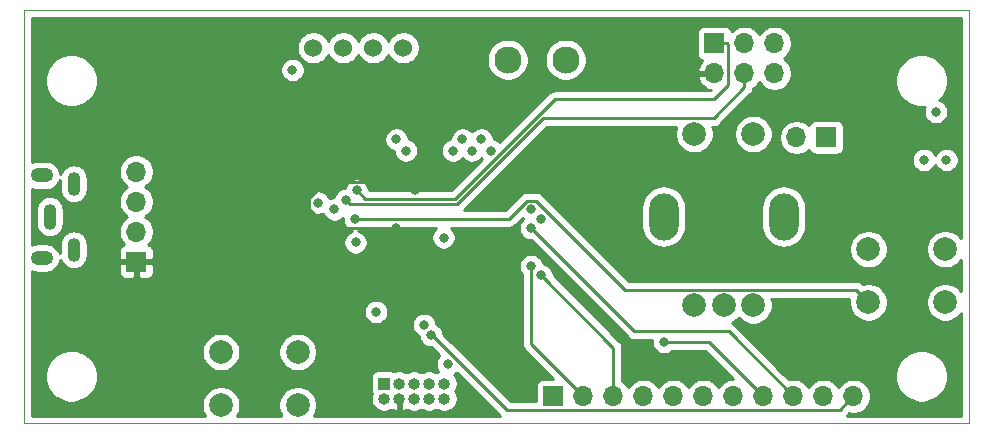
<source format=gbr>
G04 #@! TF.GenerationSoftware,KiCad,Pcbnew,(5.1.9)-1*
G04 #@! TF.CreationDate,2021-03-07T21:45:31-03:00*
G04 #@! TF.ProjectId,V0_Display,56305f44-6973-4706-9c61-792e6b696361,rev?*
G04 #@! TF.SameCoordinates,Original*
G04 #@! TF.FileFunction,Copper,L2,Inr*
G04 #@! TF.FilePolarity,Positive*
%FSLAX46Y46*%
G04 Gerber Fmt 4.6, Leading zero omitted, Abs format (unit mm)*
G04 Created by KiCad (PCBNEW (5.1.9)-1) date 2021-03-07 21:45:31*
%MOMM*%
%LPD*%
G01*
G04 APERTURE LIST*
G04 #@! TA.AperFunction,Profile*
%ADD10C,0.050000*%
G04 #@! TD*
G04 #@! TA.AperFunction,ComponentPad*
%ADD11C,1.524000*%
G04 #@! TD*
G04 #@! TA.AperFunction,ComponentPad*
%ADD12O,2.500000X4.000000*%
G04 #@! TD*
G04 #@! TA.AperFunction,ComponentPad*
%ADD13C,2.000000*%
G04 #@! TD*
G04 #@! TA.AperFunction,ComponentPad*
%ADD14O,1.700000X1.700000*%
G04 #@! TD*
G04 #@! TA.AperFunction,ComponentPad*
%ADD15R,1.700000X1.700000*%
G04 #@! TD*
G04 #@! TA.AperFunction,ComponentPad*
%ADD16O,1.100000X2.200000*%
G04 #@! TD*
G04 #@! TA.AperFunction,ComponentPad*
%ADD17O,1.100000X2.000000*%
G04 #@! TD*
G04 #@! TA.AperFunction,ComponentPad*
%ADD18O,1.900000X1.200000*%
G04 #@! TD*
G04 #@! TA.AperFunction,ComponentPad*
%ADD19O,1.000000X1.000000*%
G04 #@! TD*
G04 #@! TA.AperFunction,ComponentPad*
%ADD20R,1.000000X1.000000*%
G04 #@! TD*
G04 #@! TA.AperFunction,ComponentPad*
%ADD21C,2.300000*%
G04 #@! TD*
G04 #@! TA.AperFunction,ViaPad*
%ADD22C,0.800000*%
G04 #@! TD*
G04 #@! TA.AperFunction,Conductor*
%ADD23C,0.250000*%
G04 #@! TD*
G04 #@! TA.AperFunction,Conductor*
%ADD24C,0.254000*%
G04 #@! TD*
G04 #@! TA.AperFunction,Conductor*
%ADD25C,0.100000*%
G04 #@! TD*
G04 APERTURE END LIST*
D10*
X85170000Y-84650000D02*
X85170000Y-49650000D01*
X165170000Y-84650000D02*
X85170000Y-84650000D01*
X165170000Y-49650000D02*
X165170000Y-84650000D01*
X85170000Y-49650000D02*
X165170000Y-49650000D01*
D11*
X117280000Y-52850000D03*
X114740000Y-52850000D03*
X112200000Y-52850000D03*
X109660000Y-52850000D03*
D12*
X149500000Y-67150000D03*
X139340000Y-67150000D03*
D13*
X146920000Y-60150000D03*
X141920000Y-60150000D03*
X146920000Y-74650000D03*
X144420000Y-74650000D03*
X141920000Y-74650000D03*
X163170000Y-69900000D03*
X163170000Y-74400000D03*
X156670000Y-69900000D03*
X156670000Y-74400000D03*
X101852000Y-78605400D03*
X101852000Y-83105400D03*
X108352000Y-78605400D03*
X108352000Y-83105400D03*
D14*
X150575000Y-60445000D03*
D15*
X153115000Y-60445000D03*
D14*
X94670000Y-63340000D03*
X94670000Y-65880000D03*
X94670000Y-68420000D03*
D15*
X94670000Y-70960000D03*
D16*
X87350500Y-67150000D03*
D17*
X89382500Y-69944000D03*
D18*
X86682500Y-63650000D03*
X86682500Y-70650000D03*
D17*
X89382500Y-64356000D03*
D14*
X155400000Y-82347200D03*
X152860000Y-82347200D03*
X150320000Y-82347200D03*
X147780000Y-82347200D03*
X145240000Y-82347200D03*
X142700000Y-82347200D03*
X140160000Y-82347200D03*
X137620000Y-82347200D03*
X135080000Y-82347200D03*
X132540000Y-82347200D03*
D15*
X130000000Y-82347200D03*
D14*
X148712600Y-55008800D03*
X148712600Y-52468800D03*
X146172600Y-55008800D03*
X146172600Y-52468800D03*
X143632600Y-55008800D03*
D15*
X143632600Y-52468800D03*
D19*
X120747200Y-82550400D03*
X120747200Y-81280400D03*
X119477200Y-82550400D03*
X119477200Y-81280400D03*
X118207200Y-82550400D03*
X118207200Y-81280400D03*
X116937200Y-82550400D03*
X116937200Y-81280400D03*
X115667200Y-82550400D03*
D20*
X115667200Y-81280400D03*
D21*
X131032000Y-53865800D03*
X126132000Y-53865800D03*
D22*
X120696400Y-68928000D03*
X161370000Y-62350000D03*
X163275000Y-62350000D03*
X106040600Y-55999400D03*
X157470000Y-57828200D03*
X118296400Y-64914800D03*
X124735000Y-65728000D03*
X116657800Y-68128000D03*
X124696400Y-72966600D03*
X116696400Y-72128000D03*
X122296400Y-60600000D03*
X121496400Y-61550000D03*
X113178000Y-67328000D03*
X114996400Y-75201800D03*
X162370000Y-58285400D03*
X117496400Y-61550000D03*
X128976800Y-72128000D03*
X128113200Y-71328000D03*
X116696400Y-60600000D03*
X113254200Y-69334400D03*
X110053800Y-65956200D03*
X119655000Y-77183000D03*
X119045400Y-76319400D03*
X128113200Y-68128000D03*
X128976800Y-67328000D03*
X139365400Y-77741800D03*
X124696400Y-61550000D03*
X128113200Y-66528000D03*
X123896400Y-60600000D03*
X123096400Y-61550000D03*
X112441400Y-65728000D03*
X111450800Y-66528000D03*
X107894800Y-54729400D03*
X113330400Y-64928000D03*
X121077400Y-79621400D03*
D23*
X116657800Y-72089400D02*
X116696400Y-72128000D01*
X116657800Y-68128000D02*
X116657800Y-72089400D01*
X110974798Y-68128000D02*
X116657800Y-68128000D01*
X109328799Y-66482001D02*
X110974798Y-68128000D01*
X109328799Y-65608199D02*
X109328799Y-66482001D01*
X110733999Y-64202999D02*
X109328799Y-65608199D01*
X117584599Y-64202999D02*
X110733999Y-64202999D01*
X118296400Y-64914800D02*
X117584599Y-64202999D01*
X155594999Y-73324999D02*
X156670000Y-74400000D01*
X136046801Y-73324999D02*
X155594999Y-73324999D01*
X128524801Y-65802999D02*
X136046801Y-73324999D01*
X127765199Y-65802999D02*
X128524801Y-65802999D01*
X126240198Y-67328000D02*
X127765199Y-65802999D01*
X113178000Y-67328000D02*
X126240198Y-67328000D01*
X135080000Y-78231200D02*
X128976800Y-72128000D01*
X135080000Y-82347200D02*
X135080000Y-78231200D01*
X128113200Y-77920400D02*
X128113200Y-71328000D01*
X132540000Y-82347200D02*
X128113200Y-77920400D01*
X155400000Y-82347200D02*
X154224999Y-83522201D01*
X119712002Y-77183000D02*
X119655000Y-77183000D01*
X126051203Y-83522201D02*
X119712002Y-77183000D01*
X154224999Y-83522201D02*
X126051203Y-83522201D01*
X150320000Y-82347200D02*
X144825600Y-76852800D01*
X136838000Y-76852800D02*
X128113200Y-68128000D01*
X144825600Y-76852800D02*
X136838000Y-76852800D01*
X143174600Y-77741800D02*
X139365400Y-77741800D01*
X147780000Y-82347200D02*
X143174600Y-77741800D01*
X143558482Y-58824999D02*
X146172600Y-56210881D01*
X129130813Y-58824999D02*
X143558482Y-58824999D01*
X146172600Y-56210881D02*
X146172600Y-55008800D01*
X112651002Y-65728000D02*
X112441400Y-65728000D01*
X121866001Y-66089811D02*
X129130813Y-58824999D01*
X112803211Y-66089811D02*
X121866001Y-66089811D01*
X112441400Y-65728000D02*
X112803211Y-66089811D01*
X144732600Y-52468800D02*
X143632600Y-52468800D01*
X144807601Y-52543801D02*
X144732600Y-52468800D01*
X144807601Y-56018199D02*
X144807601Y-52543801D01*
X143607200Y-57218600D02*
X144807601Y-56018199D01*
X130100802Y-57218600D02*
X143607200Y-57218600D01*
X113330400Y-64928000D02*
X114042201Y-65639801D01*
X121679601Y-65639801D02*
X130100802Y-57218600D01*
X114042201Y-65639801D02*
X121679601Y-65639801D01*
D24*
X164510001Y-68962531D02*
X164439987Y-68857748D01*
X164212252Y-68630013D01*
X163944463Y-68451082D01*
X163646912Y-68327832D01*
X163331033Y-68265000D01*
X163008967Y-68265000D01*
X162693088Y-68327832D01*
X162395537Y-68451082D01*
X162127748Y-68630013D01*
X161900013Y-68857748D01*
X161721082Y-69125537D01*
X161597832Y-69423088D01*
X161535000Y-69738967D01*
X161535000Y-70061033D01*
X161597832Y-70376912D01*
X161721082Y-70674463D01*
X161900013Y-70942252D01*
X162127748Y-71169987D01*
X162395537Y-71348918D01*
X162693088Y-71472168D01*
X163008967Y-71535000D01*
X163331033Y-71535000D01*
X163646912Y-71472168D01*
X163944463Y-71348918D01*
X164212252Y-71169987D01*
X164439987Y-70942252D01*
X164510001Y-70837469D01*
X164510001Y-73462531D01*
X164439987Y-73357748D01*
X164212252Y-73130013D01*
X163944463Y-72951082D01*
X163646912Y-72827832D01*
X163331033Y-72765000D01*
X163008967Y-72765000D01*
X162693088Y-72827832D01*
X162395537Y-72951082D01*
X162127748Y-73130013D01*
X161900013Y-73357748D01*
X161721082Y-73625537D01*
X161597832Y-73923088D01*
X161535000Y-74238967D01*
X161535000Y-74561033D01*
X161597832Y-74876912D01*
X161721082Y-75174463D01*
X161900013Y-75442252D01*
X162127748Y-75669987D01*
X162395537Y-75848918D01*
X162693088Y-75972168D01*
X163008967Y-76035000D01*
X163331033Y-76035000D01*
X163646912Y-75972168D01*
X163944463Y-75848918D01*
X164212252Y-75669987D01*
X164439987Y-75442252D01*
X164510001Y-75337469D01*
X164510001Y-83990000D01*
X154832001Y-83990000D01*
X155033592Y-83788409D01*
X155253740Y-83832200D01*
X155546260Y-83832200D01*
X155833158Y-83775132D01*
X156103411Y-83663190D01*
X156346632Y-83500675D01*
X156553475Y-83293832D01*
X156715990Y-83050611D01*
X156827932Y-82780358D01*
X156885000Y-82493460D01*
X156885000Y-82200940D01*
X156827932Y-81914042D01*
X156715990Y-81643789D01*
X156553475Y-81400568D01*
X156346632Y-81193725D01*
X156103411Y-81031210D01*
X155833158Y-80919268D01*
X155546260Y-80862200D01*
X155253740Y-80862200D01*
X154966842Y-80919268D01*
X154696589Y-81031210D01*
X154453368Y-81193725D01*
X154246525Y-81400568D01*
X154130000Y-81574960D01*
X154013475Y-81400568D01*
X153806632Y-81193725D01*
X153563411Y-81031210D01*
X153293158Y-80919268D01*
X153006260Y-80862200D01*
X152713740Y-80862200D01*
X152426842Y-80919268D01*
X152156589Y-81031210D01*
X151913368Y-81193725D01*
X151706525Y-81400568D01*
X151590000Y-81574960D01*
X151473475Y-81400568D01*
X151266632Y-81193725D01*
X151023411Y-81031210D01*
X150753158Y-80919268D01*
X150466260Y-80862200D01*
X150173740Y-80862200D01*
X149953592Y-80905990D01*
X149477474Y-80429872D01*
X158935000Y-80429872D01*
X158935000Y-80870128D01*
X159020890Y-81301925D01*
X159189369Y-81708669D01*
X159433962Y-82074729D01*
X159745271Y-82386038D01*
X160111331Y-82630631D01*
X160518075Y-82799110D01*
X160949872Y-82885000D01*
X161390128Y-82885000D01*
X161821925Y-82799110D01*
X162228669Y-82630631D01*
X162594729Y-82386038D01*
X162906038Y-82074729D01*
X163150631Y-81708669D01*
X163319110Y-81301925D01*
X163405000Y-80870128D01*
X163405000Y-80429872D01*
X163319110Y-79998075D01*
X163150631Y-79591331D01*
X162906038Y-79225271D01*
X162594729Y-78913962D01*
X162228669Y-78669369D01*
X161821925Y-78500890D01*
X161390128Y-78415000D01*
X160949872Y-78415000D01*
X160518075Y-78500890D01*
X160111331Y-78669369D01*
X159745271Y-78913962D01*
X159433962Y-79225271D01*
X159189369Y-79591331D01*
X159020890Y-79998075D01*
X158935000Y-80429872D01*
X149477474Y-80429872D01*
X145389404Y-76341803D01*
X145365601Y-76312799D01*
X145249876Y-76217826D01*
X145117847Y-76147254D01*
X145094712Y-76140236D01*
X145194463Y-76098918D01*
X145462252Y-75919987D01*
X145670000Y-75712239D01*
X145877748Y-75919987D01*
X146145537Y-76098918D01*
X146443088Y-76222168D01*
X146758967Y-76285000D01*
X147081033Y-76285000D01*
X147396912Y-76222168D01*
X147694463Y-76098918D01*
X147962252Y-75919987D01*
X148189987Y-75692252D01*
X148368918Y-75424463D01*
X148492168Y-75126912D01*
X148555000Y-74811033D01*
X148555000Y-74488967D01*
X148492168Y-74173088D01*
X148455680Y-74084999D01*
X155065626Y-74084999D01*
X155035000Y-74238967D01*
X155035000Y-74561033D01*
X155097832Y-74876912D01*
X155221082Y-75174463D01*
X155400013Y-75442252D01*
X155627748Y-75669987D01*
X155895537Y-75848918D01*
X156193088Y-75972168D01*
X156508967Y-76035000D01*
X156831033Y-76035000D01*
X157146912Y-75972168D01*
X157444463Y-75848918D01*
X157712252Y-75669987D01*
X157939987Y-75442252D01*
X158118918Y-75174463D01*
X158242168Y-74876912D01*
X158305000Y-74561033D01*
X158305000Y-74238967D01*
X158242168Y-73923088D01*
X158118918Y-73625537D01*
X157939987Y-73357748D01*
X157712252Y-73130013D01*
X157444463Y-72951082D01*
X157146912Y-72827832D01*
X156831033Y-72765000D01*
X156508967Y-72765000D01*
X156193088Y-72827832D01*
X156178624Y-72833823D01*
X156158803Y-72814001D01*
X156135000Y-72784998D01*
X156019275Y-72690025D01*
X155887246Y-72619453D01*
X155743985Y-72575996D01*
X155632332Y-72564999D01*
X155632321Y-72564999D01*
X155594999Y-72561323D01*
X155557677Y-72564999D01*
X136361604Y-72564999D01*
X130104008Y-66307404D01*
X137455000Y-66307404D01*
X137455000Y-67992597D01*
X137482275Y-68269524D01*
X137590062Y-68624848D01*
X137765098Y-68952317D01*
X138000656Y-69239345D01*
X138287684Y-69474903D01*
X138615153Y-69649939D01*
X138970477Y-69757725D01*
X139340000Y-69794120D01*
X139709524Y-69757725D01*
X140064848Y-69649939D01*
X140392317Y-69474903D01*
X140679345Y-69239345D01*
X140914903Y-68952317D01*
X141089939Y-68624848D01*
X141197725Y-68269524D01*
X141225000Y-67992597D01*
X141225000Y-66307403D01*
X147615000Y-66307403D01*
X147615000Y-67992596D01*
X147642275Y-68269523D01*
X147750061Y-68624847D01*
X147925097Y-68952317D01*
X148160655Y-69239345D01*
X148447683Y-69474903D01*
X148775152Y-69649939D01*
X149130476Y-69757725D01*
X149500000Y-69794120D01*
X149869523Y-69757725D01*
X149931360Y-69738967D01*
X155035000Y-69738967D01*
X155035000Y-70061033D01*
X155097832Y-70376912D01*
X155221082Y-70674463D01*
X155400013Y-70942252D01*
X155627748Y-71169987D01*
X155895537Y-71348918D01*
X156193088Y-71472168D01*
X156508967Y-71535000D01*
X156831033Y-71535000D01*
X157146912Y-71472168D01*
X157444463Y-71348918D01*
X157712252Y-71169987D01*
X157939987Y-70942252D01*
X158118918Y-70674463D01*
X158242168Y-70376912D01*
X158305000Y-70061033D01*
X158305000Y-69738967D01*
X158242168Y-69423088D01*
X158118918Y-69125537D01*
X157939987Y-68857748D01*
X157712252Y-68630013D01*
X157444463Y-68451082D01*
X157146912Y-68327832D01*
X156831033Y-68265000D01*
X156508967Y-68265000D01*
X156193088Y-68327832D01*
X155895537Y-68451082D01*
X155627748Y-68630013D01*
X155400013Y-68857748D01*
X155221082Y-69125537D01*
X155097832Y-69423088D01*
X155035000Y-69738967D01*
X149931360Y-69738967D01*
X150224847Y-69649939D01*
X150552317Y-69474903D01*
X150839345Y-69239345D01*
X151074903Y-68952317D01*
X151249939Y-68624848D01*
X151357725Y-68269524D01*
X151385000Y-67992597D01*
X151385000Y-66307403D01*
X151357725Y-66030476D01*
X151249939Y-65675152D01*
X151074903Y-65347683D01*
X150839345Y-65060655D01*
X150552317Y-64825097D01*
X150224848Y-64650061D01*
X149869524Y-64542275D01*
X149500000Y-64505880D01*
X149130477Y-64542275D01*
X148775153Y-64650061D01*
X148447684Y-64825097D01*
X148160656Y-65060655D01*
X147925098Y-65347683D01*
X147750062Y-65675152D01*
X147642275Y-66030476D01*
X147615000Y-66307403D01*
X141225000Y-66307403D01*
X141197725Y-66030476D01*
X141089939Y-65675152D01*
X140914903Y-65347683D01*
X140679345Y-65060655D01*
X140392317Y-64825097D01*
X140064847Y-64650061D01*
X139709523Y-64542275D01*
X139340000Y-64505880D01*
X138970476Y-64542275D01*
X138615152Y-64650061D01*
X138287683Y-64825097D01*
X138000655Y-65060655D01*
X137765097Y-65347683D01*
X137590061Y-65675153D01*
X137482275Y-66030477D01*
X137455000Y-66307404D01*
X130104008Y-66307404D01*
X129088605Y-65292002D01*
X129064802Y-65262998D01*
X128949077Y-65168025D01*
X128817048Y-65097453D01*
X128673787Y-65053996D01*
X128562134Y-65042999D01*
X128562123Y-65042999D01*
X128524801Y-65039323D01*
X128487479Y-65042999D01*
X127802521Y-65042999D01*
X127765198Y-65039323D01*
X127727875Y-65042999D01*
X127727866Y-65042999D01*
X127616213Y-65053996D01*
X127487546Y-65093026D01*
X127472952Y-65097453D01*
X127340922Y-65168025D01*
X127283044Y-65215525D01*
X127225198Y-65262998D01*
X127201400Y-65291996D01*
X125925397Y-66568000D01*
X122462613Y-66568000D01*
X126782552Y-62248061D01*
X160335000Y-62248061D01*
X160335000Y-62451939D01*
X160374774Y-62651898D01*
X160452795Y-62840256D01*
X160566063Y-63009774D01*
X160710226Y-63153937D01*
X160879744Y-63267205D01*
X161068102Y-63345226D01*
X161268061Y-63385000D01*
X161471939Y-63385000D01*
X161671898Y-63345226D01*
X161860256Y-63267205D01*
X162029774Y-63153937D01*
X162173937Y-63009774D01*
X162287205Y-62840256D01*
X162322500Y-62755047D01*
X162357795Y-62840256D01*
X162471063Y-63009774D01*
X162615226Y-63153937D01*
X162784744Y-63267205D01*
X162973102Y-63345226D01*
X163173061Y-63385000D01*
X163376939Y-63385000D01*
X163576898Y-63345226D01*
X163765256Y-63267205D01*
X163934774Y-63153937D01*
X164078937Y-63009774D01*
X164192205Y-62840256D01*
X164270226Y-62651898D01*
X164310000Y-62451939D01*
X164310000Y-62248061D01*
X164270226Y-62048102D01*
X164192205Y-61859744D01*
X164078937Y-61690226D01*
X163934774Y-61546063D01*
X163765256Y-61432795D01*
X163576898Y-61354774D01*
X163376939Y-61315000D01*
X163173061Y-61315000D01*
X162973102Y-61354774D01*
X162784744Y-61432795D01*
X162615226Y-61546063D01*
X162471063Y-61690226D01*
X162357795Y-61859744D01*
X162322500Y-61944953D01*
X162287205Y-61859744D01*
X162173937Y-61690226D01*
X162029774Y-61546063D01*
X161860256Y-61432795D01*
X161671898Y-61354774D01*
X161471939Y-61315000D01*
X161268061Y-61315000D01*
X161068102Y-61354774D01*
X160879744Y-61432795D01*
X160710226Y-61546063D01*
X160566063Y-61690226D01*
X160452795Y-61859744D01*
X160374774Y-62048102D01*
X160335000Y-62248061D01*
X126782552Y-62248061D01*
X129445615Y-59584999D01*
X140384320Y-59584999D01*
X140347832Y-59673088D01*
X140285000Y-59988967D01*
X140285000Y-60311033D01*
X140347832Y-60626912D01*
X140471082Y-60924463D01*
X140650013Y-61192252D01*
X140877748Y-61419987D01*
X141145537Y-61598918D01*
X141443088Y-61722168D01*
X141758967Y-61785000D01*
X142081033Y-61785000D01*
X142396912Y-61722168D01*
X142694463Y-61598918D01*
X142962252Y-61419987D01*
X143189987Y-61192252D01*
X143368918Y-60924463D01*
X143492168Y-60626912D01*
X143555000Y-60311033D01*
X143555000Y-59988967D01*
X145285000Y-59988967D01*
X145285000Y-60311033D01*
X145347832Y-60626912D01*
X145471082Y-60924463D01*
X145650013Y-61192252D01*
X145877748Y-61419987D01*
X146145537Y-61598918D01*
X146443088Y-61722168D01*
X146758967Y-61785000D01*
X147081033Y-61785000D01*
X147396912Y-61722168D01*
X147694463Y-61598918D01*
X147962252Y-61419987D01*
X148189987Y-61192252D01*
X148368918Y-60924463D01*
X148492168Y-60626912D01*
X148555000Y-60311033D01*
X148555000Y-60298740D01*
X149090000Y-60298740D01*
X149090000Y-60591260D01*
X149147068Y-60878158D01*
X149259010Y-61148411D01*
X149421525Y-61391632D01*
X149628368Y-61598475D01*
X149871589Y-61760990D01*
X150141842Y-61872932D01*
X150428740Y-61930000D01*
X150721260Y-61930000D01*
X151008158Y-61872932D01*
X151278411Y-61760990D01*
X151521632Y-61598475D01*
X151653487Y-61466620D01*
X151675498Y-61539180D01*
X151734463Y-61649494D01*
X151813815Y-61746185D01*
X151910506Y-61825537D01*
X152020820Y-61884502D01*
X152140518Y-61920812D01*
X152265000Y-61933072D01*
X153965000Y-61933072D01*
X154089482Y-61920812D01*
X154209180Y-61884502D01*
X154319494Y-61825537D01*
X154416185Y-61746185D01*
X154495537Y-61649494D01*
X154554502Y-61539180D01*
X154590812Y-61419482D01*
X154603072Y-61295000D01*
X154603072Y-59595000D01*
X154590812Y-59470518D01*
X154554502Y-59350820D01*
X154495537Y-59240506D01*
X154416185Y-59143815D01*
X154319494Y-59064463D01*
X154209180Y-59005498D01*
X154089482Y-58969188D01*
X153965000Y-58956928D01*
X152265000Y-58956928D01*
X152140518Y-58969188D01*
X152020820Y-59005498D01*
X151910506Y-59064463D01*
X151813815Y-59143815D01*
X151734463Y-59240506D01*
X151675498Y-59350820D01*
X151653487Y-59423380D01*
X151521632Y-59291525D01*
X151278411Y-59129010D01*
X151008158Y-59017068D01*
X150721260Y-58960000D01*
X150428740Y-58960000D01*
X150141842Y-59017068D01*
X149871589Y-59129010D01*
X149628368Y-59291525D01*
X149421525Y-59498368D01*
X149259010Y-59741589D01*
X149147068Y-60011842D01*
X149090000Y-60298740D01*
X148555000Y-60298740D01*
X148555000Y-59988967D01*
X148492168Y-59673088D01*
X148368918Y-59375537D01*
X148189987Y-59107748D01*
X147962252Y-58880013D01*
X147694463Y-58701082D01*
X147396912Y-58577832D01*
X147081033Y-58515000D01*
X146758967Y-58515000D01*
X146443088Y-58577832D01*
X146145537Y-58701082D01*
X145877748Y-58880013D01*
X145650013Y-59107748D01*
X145471082Y-59375537D01*
X145347832Y-59673088D01*
X145285000Y-59988967D01*
X143555000Y-59988967D01*
X143492168Y-59673088D01*
X143455680Y-59584999D01*
X143521160Y-59584999D01*
X143558482Y-59588675D01*
X143595804Y-59584999D01*
X143595815Y-59584999D01*
X143707468Y-59574002D01*
X143850729Y-59530545D01*
X143982758Y-59459973D01*
X144098483Y-59365000D01*
X144122286Y-59335996D01*
X146683604Y-56774679D01*
X146712601Y-56750882D01*
X146792789Y-56653173D01*
X146807574Y-56635158D01*
X146878146Y-56503128D01*
X146896544Y-56442476D01*
X146921603Y-56359867D01*
X146928513Y-56289709D01*
X147119232Y-56162275D01*
X147326075Y-55955432D01*
X147442600Y-55781040D01*
X147559125Y-55955432D01*
X147765968Y-56162275D01*
X148009189Y-56324790D01*
X148279442Y-56436732D01*
X148566340Y-56493800D01*
X148858860Y-56493800D01*
X149145758Y-56436732D01*
X149416011Y-56324790D01*
X149659232Y-56162275D01*
X149866075Y-55955432D01*
X150028590Y-55712211D01*
X150140532Y-55441958D01*
X150142936Y-55429872D01*
X158935000Y-55429872D01*
X158935000Y-55870128D01*
X159020890Y-56301925D01*
X159189369Y-56708669D01*
X159433962Y-57074729D01*
X159745271Y-57386038D01*
X160111331Y-57630631D01*
X160518075Y-57799110D01*
X160949872Y-57885000D01*
X161390128Y-57885000D01*
X161417860Y-57879484D01*
X161374774Y-57983502D01*
X161335000Y-58183461D01*
X161335000Y-58387339D01*
X161374774Y-58587298D01*
X161452795Y-58775656D01*
X161566063Y-58945174D01*
X161710226Y-59089337D01*
X161879744Y-59202605D01*
X162068102Y-59280626D01*
X162268061Y-59320400D01*
X162471939Y-59320400D01*
X162671898Y-59280626D01*
X162860256Y-59202605D01*
X163029774Y-59089337D01*
X163173937Y-58945174D01*
X163287205Y-58775656D01*
X163365226Y-58587298D01*
X163405000Y-58387339D01*
X163405000Y-58183461D01*
X163365226Y-57983502D01*
X163287205Y-57795144D01*
X163173937Y-57625626D01*
X163029774Y-57481463D01*
X162860256Y-57368195D01*
X162685117Y-57295650D01*
X162906038Y-57074729D01*
X163150631Y-56708669D01*
X163319110Y-56301925D01*
X163405000Y-55870128D01*
X163405000Y-55429872D01*
X163319110Y-54998075D01*
X163150631Y-54591331D01*
X162906038Y-54225271D01*
X162594729Y-53913962D01*
X162228669Y-53669369D01*
X161821925Y-53500890D01*
X161390128Y-53415000D01*
X160949872Y-53415000D01*
X160518075Y-53500890D01*
X160111331Y-53669369D01*
X159745271Y-53913962D01*
X159433962Y-54225271D01*
X159189369Y-54591331D01*
X159020890Y-54998075D01*
X158935000Y-55429872D01*
X150142936Y-55429872D01*
X150197600Y-55155060D01*
X150197600Y-54862540D01*
X150140532Y-54575642D01*
X150028590Y-54305389D01*
X149866075Y-54062168D01*
X149659232Y-53855325D01*
X149484840Y-53738800D01*
X149659232Y-53622275D01*
X149866075Y-53415432D01*
X150028590Y-53172211D01*
X150140532Y-52901958D01*
X150197600Y-52615060D01*
X150197600Y-52322540D01*
X150140532Y-52035642D01*
X150028590Y-51765389D01*
X149866075Y-51522168D01*
X149659232Y-51315325D01*
X149416011Y-51152810D01*
X149145758Y-51040868D01*
X148858860Y-50983800D01*
X148566340Y-50983800D01*
X148279442Y-51040868D01*
X148009189Y-51152810D01*
X147765968Y-51315325D01*
X147559125Y-51522168D01*
X147442600Y-51696560D01*
X147326075Y-51522168D01*
X147119232Y-51315325D01*
X146876011Y-51152810D01*
X146605758Y-51040868D01*
X146318860Y-50983800D01*
X146026340Y-50983800D01*
X145739442Y-51040868D01*
X145469189Y-51152810D01*
X145225968Y-51315325D01*
X145094113Y-51447180D01*
X145072102Y-51374620D01*
X145013137Y-51264306D01*
X144933785Y-51167615D01*
X144837094Y-51088263D01*
X144726780Y-51029298D01*
X144607082Y-50992988D01*
X144482600Y-50980728D01*
X142782600Y-50980728D01*
X142658118Y-50992988D01*
X142538420Y-51029298D01*
X142428106Y-51088263D01*
X142331415Y-51167615D01*
X142252063Y-51264306D01*
X142193098Y-51374620D01*
X142156788Y-51494318D01*
X142144528Y-51618800D01*
X142144528Y-53318800D01*
X142156788Y-53443282D01*
X142193098Y-53562980D01*
X142252063Y-53673294D01*
X142331415Y-53769985D01*
X142428106Y-53849337D01*
X142538420Y-53908302D01*
X142614226Y-53931298D01*
X142437422Y-54127445D01*
X142288443Y-54377548D01*
X142191119Y-54651909D01*
X142311786Y-54881800D01*
X143505600Y-54881800D01*
X143505600Y-54861800D01*
X143759600Y-54861800D01*
X143759600Y-54881800D01*
X143779600Y-54881800D01*
X143779600Y-55135800D01*
X143759600Y-55135800D01*
X143759600Y-55155800D01*
X143505600Y-55155800D01*
X143505600Y-55135800D01*
X142311786Y-55135800D01*
X142191119Y-55365691D01*
X142288443Y-55640052D01*
X142437422Y-55890155D01*
X142632331Y-56106388D01*
X142865680Y-56280441D01*
X143128501Y-56405625D01*
X143275710Y-56450276D01*
X143328673Y-56422326D01*
X143292399Y-56458600D01*
X130138127Y-56458600D01*
X130100802Y-56454924D01*
X130063477Y-56458600D01*
X130063469Y-56458600D01*
X129951816Y-56469597D01*
X129808555Y-56513054D01*
X129676526Y-56583626D01*
X129560801Y-56678599D01*
X129537003Y-56707597D01*
X125427356Y-60817245D01*
X125356174Y-60746063D01*
X125186656Y-60632795D01*
X124998298Y-60554774D01*
X124931400Y-60541467D01*
X124931400Y-60498061D01*
X124891626Y-60298102D01*
X124813605Y-60109744D01*
X124700337Y-59940226D01*
X124556174Y-59796063D01*
X124386656Y-59682795D01*
X124198298Y-59604774D01*
X123998339Y-59565000D01*
X123794461Y-59565000D01*
X123594502Y-59604774D01*
X123406144Y-59682795D01*
X123236626Y-59796063D01*
X123096400Y-59936289D01*
X122956174Y-59796063D01*
X122786656Y-59682795D01*
X122598298Y-59604774D01*
X122398339Y-59565000D01*
X122194461Y-59565000D01*
X121994502Y-59604774D01*
X121806144Y-59682795D01*
X121636626Y-59796063D01*
X121492463Y-59940226D01*
X121379195Y-60109744D01*
X121301174Y-60298102D01*
X121261400Y-60498061D01*
X121261400Y-60541467D01*
X121194502Y-60554774D01*
X121006144Y-60632795D01*
X120836626Y-60746063D01*
X120692463Y-60890226D01*
X120579195Y-61059744D01*
X120501174Y-61248102D01*
X120461400Y-61448061D01*
X120461400Y-61651939D01*
X120501174Y-61851898D01*
X120579195Y-62040256D01*
X120692463Y-62209774D01*
X120836626Y-62353937D01*
X121006144Y-62467205D01*
X121194502Y-62545226D01*
X121394461Y-62585000D01*
X121598339Y-62585000D01*
X121798298Y-62545226D01*
X121986656Y-62467205D01*
X122156174Y-62353937D01*
X122296400Y-62213711D01*
X122436626Y-62353937D01*
X122606144Y-62467205D01*
X122794502Y-62545226D01*
X122994461Y-62585000D01*
X123198339Y-62585000D01*
X123398298Y-62545226D01*
X123586656Y-62467205D01*
X123756174Y-62353937D01*
X123896400Y-62213711D01*
X123963645Y-62280956D01*
X121364800Y-64879801D01*
X114365400Y-64879801D01*
X114365400Y-64826061D01*
X114325626Y-64626102D01*
X114247605Y-64437744D01*
X114134337Y-64268226D01*
X113990174Y-64124063D01*
X113820656Y-64010795D01*
X113632298Y-63932774D01*
X113432339Y-63893000D01*
X113228461Y-63893000D01*
X113028502Y-63932774D01*
X112840144Y-64010795D01*
X112670626Y-64124063D01*
X112526463Y-64268226D01*
X112413195Y-64437744D01*
X112335174Y-64626102D01*
X112321142Y-64696644D01*
X112139502Y-64732774D01*
X111951144Y-64810795D01*
X111781626Y-64924063D01*
X111637463Y-65068226D01*
X111524195Y-65237744D01*
X111446174Y-65426102D01*
X111432867Y-65493000D01*
X111348861Y-65493000D01*
X111148902Y-65532774D01*
X111020686Y-65585883D01*
X110971005Y-65465944D01*
X110857737Y-65296426D01*
X110713574Y-65152263D01*
X110544056Y-65038995D01*
X110355698Y-64960974D01*
X110155739Y-64921200D01*
X109951861Y-64921200D01*
X109751902Y-64960974D01*
X109563544Y-65038995D01*
X109394026Y-65152263D01*
X109249863Y-65296426D01*
X109136595Y-65465944D01*
X109058574Y-65654302D01*
X109018800Y-65854261D01*
X109018800Y-66058139D01*
X109058574Y-66258098D01*
X109136595Y-66446456D01*
X109249863Y-66615974D01*
X109394026Y-66760137D01*
X109563544Y-66873405D01*
X109751902Y-66951426D01*
X109951861Y-66991200D01*
X110155739Y-66991200D01*
X110355698Y-66951426D01*
X110483914Y-66898317D01*
X110533595Y-67018256D01*
X110646863Y-67187774D01*
X110791026Y-67331937D01*
X110960544Y-67445205D01*
X111148902Y-67523226D01*
X111348861Y-67563000D01*
X111552739Y-67563000D01*
X111752698Y-67523226D01*
X111941056Y-67445205D01*
X112110574Y-67331937D01*
X112143000Y-67299511D01*
X112143000Y-67429939D01*
X112182774Y-67629898D01*
X112260795Y-67818256D01*
X112374063Y-67987774D01*
X112518226Y-68131937D01*
X112687744Y-68245205D01*
X112876102Y-68323226D01*
X112954290Y-68338779D01*
X112952302Y-68339174D01*
X112763944Y-68417195D01*
X112594426Y-68530463D01*
X112450263Y-68674626D01*
X112336995Y-68844144D01*
X112258974Y-69032502D01*
X112219200Y-69232461D01*
X112219200Y-69436339D01*
X112258974Y-69636298D01*
X112336995Y-69824656D01*
X112450263Y-69994174D01*
X112594426Y-70138337D01*
X112763944Y-70251605D01*
X112952302Y-70329626D01*
X113152261Y-70369400D01*
X113356139Y-70369400D01*
X113556098Y-70329626D01*
X113744456Y-70251605D01*
X113913974Y-70138337D01*
X114058137Y-69994174D01*
X114171405Y-69824656D01*
X114249426Y-69636298D01*
X114289200Y-69436339D01*
X114289200Y-69232461D01*
X114249426Y-69032502D01*
X114171405Y-68844144D01*
X114058137Y-68674626D01*
X113913974Y-68530463D01*
X113744456Y-68417195D01*
X113556098Y-68339174D01*
X113477910Y-68323621D01*
X113479898Y-68323226D01*
X113668256Y-68245205D01*
X113837774Y-68131937D01*
X113881711Y-68088000D01*
X120090598Y-68088000D01*
X120036626Y-68124063D01*
X119892463Y-68268226D01*
X119779195Y-68437744D01*
X119701174Y-68626102D01*
X119661400Y-68826061D01*
X119661400Y-69029939D01*
X119701174Y-69229898D01*
X119779195Y-69418256D01*
X119892463Y-69587774D01*
X120036626Y-69731937D01*
X120206144Y-69845205D01*
X120394502Y-69923226D01*
X120594461Y-69963000D01*
X120798339Y-69963000D01*
X120998298Y-69923226D01*
X121186656Y-69845205D01*
X121356174Y-69731937D01*
X121500337Y-69587774D01*
X121613605Y-69418256D01*
X121691626Y-69229898D01*
X121731400Y-69029939D01*
X121731400Y-68826061D01*
X121691626Y-68626102D01*
X121613605Y-68437744D01*
X121500337Y-68268226D01*
X121356174Y-68124063D01*
X121302202Y-68088000D01*
X126202876Y-68088000D01*
X126240198Y-68091676D01*
X126277520Y-68088000D01*
X126277531Y-68088000D01*
X126389184Y-68077003D01*
X126532445Y-68033546D01*
X126664474Y-67962974D01*
X126780199Y-67868001D01*
X126804002Y-67838997D01*
X127382244Y-67260755D01*
X127449489Y-67328000D01*
X127309263Y-67468226D01*
X127195995Y-67637744D01*
X127117974Y-67826102D01*
X127078200Y-68026061D01*
X127078200Y-68229939D01*
X127117974Y-68429898D01*
X127195995Y-68618256D01*
X127309263Y-68787774D01*
X127453426Y-68931937D01*
X127622944Y-69045205D01*
X127811302Y-69123226D01*
X128011261Y-69163000D01*
X128073399Y-69163000D01*
X136274205Y-77363808D01*
X136297999Y-77392801D01*
X136326992Y-77416595D01*
X136326996Y-77416599D01*
X136389048Y-77467523D01*
X136413724Y-77487774D01*
X136545753Y-77558346D01*
X136689014Y-77601803D01*
X136800667Y-77612800D01*
X136800676Y-77612800D01*
X136837999Y-77616476D01*
X136875322Y-77612800D01*
X138335783Y-77612800D01*
X138330400Y-77639861D01*
X138330400Y-77843739D01*
X138370174Y-78043698D01*
X138448195Y-78232056D01*
X138561463Y-78401574D01*
X138705626Y-78545737D01*
X138875144Y-78659005D01*
X139063502Y-78737026D01*
X139263461Y-78776800D01*
X139467339Y-78776800D01*
X139667298Y-78737026D01*
X139855656Y-78659005D01*
X140025174Y-78545737D01*
X140069111Y-78501800D01*
X142859799Y-78501800D01*
X145220198Y-80862200D01*
X145093740Y-80862200D01*
X144806842Y-80919268D01*
X144536589Y-81031210D01*
X144293368Y-81193725D01*
X144086525Y-81400568D01*
X143970000Y-81574960D01*
X143853475Y-81400568D01*
X143646632Y-81193725D01*
X143403411Y-81031210D01*
X143133158Y-80919268D01*
X142846260Y-80862200D01*
X142553740Y-80862200D01*
X142266842Y-80919268D01*
X141996589Y-81031210D01*
X141753368Y-81193725D01*
X141546525Y-81400568D01*
X141430000Y-81574960D01*
X141313475Y-81400568D01*
X141106632Y-81193725D01*
X140863411Y-81031210D01*
X140593158Y-80919268D01*
X140306260Y-80862200D01*
X140013740Y-80862200D01*
X139726842Y-80919268D01*
X139456589Y-81031210D01*
X139213368Y-81193725D01*
X139006525Y-81400568D01*
X138890000Y-81574960D01*
X138773475Y-81400568D01*
X138566632Y-81193725D01*
X138323411Y-81031210D01*
X138053158Y-80919268D01*
X137766260Y-80862200D01*
X137473740Y-80862200D01*
X137186842Y-80919268D01*
X136916589Y-81031210D01*
X136673368Y-81193725D01*
X136466525Y-81400568D01*
X136350000Y-81574960D01*
X136233475Y-81400568D01*
X136026632Y-81193725D01*
X135840000Y-81069022D01*
X135840000Y-78268522D01*
X135843676Y-78231199D01*
X135840000Y-78193876D01*
X135840000Y-78193867D01*
X135829003Y-78082214D01*
X135785546Y-77938953D01*
X135714974Y-77806924D01*
X135620001Y-77691199D01*
X135591003Y-77667401D01*
X130011800Y-72088199D01*
X130011800Y-72026061D01*
X129972026Y-71826102D01*
X129894005Y-71637744D01*
X129780737Y-71468226D01*
X129636574Y-71324063D01*
X129467056Y-71210795D01*
X129278698Y-71132774D01*
X129123504Y-71101904D01*
X129108426Y-71026102D01*
X129030405Y-70837744D01*
X128917137Y-70668226D01*
X128772974Y-70524063D01*
X128603456Y-70410795D01*
X128415098Y-70332774D01*
X128215139Y-70293000D01*
X128011261Y-70293000D01*
X127811302Y-70332774D01*
X127622944Y-70410795D01*
X127453426Y-70524063D01*
X127309263Y-70668226D01*
X127195995Y-70837744D01*
X127117974Y-71026102D01*
X127078200Y-71226061D01*
X127078200Y-71429939D01*
X127117974Y-71629898D01*
X127195995Y-71818256D01*
X127309263Y-71987774D01*
X127353201Y-72031712D01*
X127353200Y-77883077D01*
X127349524Y-77920400D01*
X127353200Y-77957722D01*
X127353200Y-77957732D01*
X127364197Y-78069385D01*
X127397213Y-78178226D01*
X127407654Y-78212646D01*
X127478226Y-78344676D01*
X127507368Y-78380185D01*
X127573199Y-78460401D01*
X127602203Y-78484204D01*
X129977126Y-80859128D01*
X129150000Y-80859128D01*
X129025518Y-80871388D01*
X128905820Y-80907698D01*
X128795506Y-80966663D01*
X128698815Y-81046015D01*
X128619463Y-81142706D01*
X128560498Y-81253020D01*
X128524188Y-81372718D01*
X128511928Y-81497200D01*
X128511928Y-82762201D01*
X126366005Y-82762201D01*
X120690000Y-77086197D01*
X120690000Y-77081061D01*
X120650226Y-76881102D01*
X120572205Y-76692744D01*
X120458937Y-76523226D01*
X120314774Y-76379063D01*
X120145256Y-76265795D01*
X120080400Y-76238931D01*
X120080400Y-76217461D01*
X120040626Y-76017502D01*
X119962605Y-75829144D01*
X119849337Y-75659626D01*
X119705174Y-75515463D01*
X119535656Y-75402195D01*
X119347298Y-75324174D01*
X119147339Y-75284400D01*
X118943461Y-75284400D01*
X118743502Y-75324174D01*
X118555144Y-75402195D01*
X118385626Y-75515463D01*
X118241463Y-75659626D01*
X118128195Y-75829144D01*
X118050174Y-76017502D01*
X118010400Y-76217461D01*
X118010400Y-76421339D01*
X118050174Y-76621298D01*
X118128195Y-76809656D01*
X118241463Y-76979174D01*
X118385626Y-77123337D01*
X118555144Y-77236605D01*
X118620000Y-77263469D01*
X118620000Y-77284939D01*
X118659774Y-77484898D01*
X118737795Y-77673256D01*
X118851063Y-77842774D01*
X118995226Y-77986937D01*
X119164744Y-78100205D01*
X119353102Y-78178226D01*
X119553061Y-78218000D01*
X119672201Y-78218000D01*
X120344645Y-78890444D01*
X120273463Y-78961626D01*
X120160195Y-79131144D01*
X120082174Y-79319502D01*
X120042400Y-79519461D01*
X120042400Y-79723339D01*
X120082174Y-79923298D01*
X120160195Y-80111656D01*
X120256161Y-80255280D01*
X120209576Y-80274576D01*
X120112200Y-80339641D01*
X120014824Y-80274576D01*
X119808267Y-80189017D01*
X119588988Y-80145400D01*
X119365412Y-80145400D01*
X119146133Y-80189017D01*
X118939576Y-80274576D01*
X118842200Y-80339641D01*
X118744824Y-80274576D01*
X118538267Y-80189017D01*
X118318988Y-80145400D01*
X118095412Y-80145400D01*
X117876133Y-80189017D01*
X117669576Y-80274576D01*
X117572200Y-80339641D01*
X117474824Y-80274576D01*
X117268267Y-80189017D01*
X117048988Y-80145400D01*
X116825412Y-80145400D01*
X116606133Y-80189017D01*
X116494426Y-80235288D01*
X116411380Y-80190898D01*
X116291682Y-80154588D01*
X116167200Y-80142328D01*
X115167200Y-80142328D01*
X115042718Y-80154588D01*
X114923020Y-80190898D01*
X114812706Y-80249863D01*
X114716015Y-80329215D01*
X114636663Y-80425906D01*
X114577698Y-80536220D01*
X114541388Y-80655918D01*
X114529128Y-80780400D01*
X114529128Y-81780400D01*
X114541388Y-81904882D01*
X114577698Y-82024580D01*
X114622088Y-82107626D01*
X114575817Y-82219333D01*
X114532200Y-82438612D01*
X114532200Y-82662188D01*
X114575817Y-82881467D01*
X114661376Y-83088024D01*
X114785588Y-83273920D01*
X114943680Y-83432012D01*
X115129576Y-83556224D01*
X115336133Y-83641783D01*
X115555412Y-83685400D01*
X115778988Y-83685400D01*
X115998267Y-83641783D01*
X116204824Y-83556224D01*
X116306858Y-83488047D01*
X116376994Y-83537523D01*
X116580336Y-83627846D01*
X116635326Y-83644519D01*
X116810200Y-83518354D01*
X116810200Y-82677400D01*
X116799174Y-82677400D01*
X116802200Y-82662188D01*
X116802200Y-82438612D01*
X116799174Y-82423400D01*
X116810200Y-82423400D01*
X116810200Y-82412374D01*
X116825412Y-82415400D01*
X117048988Y-82415400D01*
X117064200Y-82412374D01*
X117064200Y-82423400D01*
X117075226Y-82423400D01*
X117072200Y-82438612D01*
X117072200Y-82662188D01*
X117075226Y-82677400D01*
X117064200Y-82677400D01*
X117064200Y-83518354D01*
X117239074Y-83644519D01*
X117294064Y-83627846D01*
X117497406Y-83537523D01*
X117567542Y-83488047D01*
X117669576Y-83556224D01*
X117876133Y-83641783D01*
X118095412Y-83685400D01*
X118318988Y-83685400D01*
X118538267Y-83641783D01*
X118744824Y-83556224D01*
X118842200Y-83491159D01*
X118939576Y-83556224D01*
X119146133Y-83641783D01*
X119365412Y-83685400D01*
X119588988Y-83685400D01*
X119808267Y-83641783D01*
X120014824Y-83556224D01*
X120112200Y-83491159D01*
X120209576Y-83556224D01*
X120416133Y-83641783D01*
X120635412Y-83685400D01*
X120858988Y-83685400D01*
X121078267Y-83641783D01*
X121284824Y-83556224D01*
X121470720Y-83432012D01*
X121628812Y-83273920D01*
X121753024Y-83088024D01*
X121838583Y-82881467D01*
X121882200Y-82662188D01*
X121882200Y-82438612D01*
X121838583Y-82219333D01*
X121753024Y-82012776D01*
X121687959Y-81915400D01*
X121753024Y-81818024D01*
X121838583Y-81611467D01*
X121882200Y-81392188D01*
X121882200Y-81168612D01*
X121838583Y-80949333D01*
X121753024Y-80742776D01*
X121628812Y-80556880D01*
X121593361Y-80521429D01*
X121737174Y-80425337D01*
X121808356Y-80354155D01*
X125444200Y-83990000D01*
X109727327Y-83990000D01*
X109800918Y-83879863D01*
X109924168Y-83582312D01*
X109987000Y-83266433D01*
X109987000Y-82944367D01*
X109924168Y-82628488D01*
X109800918Y-82330937D01*
X109621987Y-82063148D01*
X109394252Y-81835413D01*
X109126463Y-81656482D01*
X108828912Y-81533232D01*
X108513033Y-81470400D01*
X108190967Y-81470400D01*
X107875088Y-81533232D01*
X107577537Y-81656482D01*
X107309748Y-81835413D01*
X107082013Y-82063148D01*
X106903082Y-82330937D01*
X106779832Y-82628488D01*
X106717000Y-82944367D01*
X106717000Y-83266433D01*
X106779832Y-83582312D01*
X106903082Y-83879863D01*
X106976673Y-83990000D01*
X103227327Y-83990000D01*
X103300918Y-83879863D01*
X103424168Y-83582312D01*
X103487000Y-83266433D01*
X103487000Y-82944367D01*
X103424168Y-82628488D01*
X103300918Y-82330937D01*
X103121987Y-82063148D01*
X102894252Y-81835413D01*
X102626463Y-81656482D01*
X102328912Y-81533232D01*
X102013033Y-81470400D01*
X101690967Y-81470400D01*
X101375088Y-81533232D01*
X101077537Y-81656482D01*
X100809748Y-81835413D01*
X100582013Y-82063148D01*
X100403082Y-82330937D01*
X100279832Y-82628488D01*
X100217000Y-82944367D01*
X100217000Y-83266433D01*
X100279832Y-83582312D01*
X100403082Y-83879863D01*
X100476673Y-83990000D01*
X85830000Y-83990000D01*
X85830000Y-80429872D01*
X86935000Y-80429872D01*
X86935000Y-80870128D01*
X87020890Y-81301925D01*
X87189369Y-81708669D01*
X87433962Y-82074729D01*
X87745271Y-82386038D01*
X88111331Y-82630631D01*
X88518075Y-82799110D01*
X88949872Y-82885000D01*
X89390128Y-82885000D01*
X89821925Y-82799110D01*
X90228669Y-82630631D01*
X90594729Y-82386038D01*
X90906038Y-82074729D01*
X91150631Y-81708669D01*
X91319110Y-81301925D01*
X91405000Y-80870128D01*
X91405000Y-80429872D01*
X91319110Y-79998075D01*
X91150631Y-79591331D01*
X90906038Y-79225271D01*
X90594729Y-78913962D01*
X90228669Y-78669369D01*
X89821925Y-78500890D01*
X89537766Y-78444367D01*
X100217000Y-78444367D01*
X100217000Y-78766433D01*
X100279832Y-79082312D01*
X100403082Y-79379863D01*
X100582013Y-79647652D01*
X100809748Y-79875387D01*
X101077537Y-80054318D01*
X101375088Y-80177568D01*
X101690967Y-80240400D01*
X102013033Y-80240400D01*
X102328912Y-80177568D01*
X102626463Y-80054318D01*
X102894252Y-79875387D01*
X103121987Y-79647652D01*
X103300918Y-79379863D01*
X103424168Y-79082312D01*
X103487000Y-78766433D01*
X103487000Y-78444367D01*
X106717000Y-78444367D01*
X106717000Y-78766433D01*
X106779832Y-79082312D01*
X106903082Y-79379863D01*
X107082013Y-79647652D01*
X107309748Y-79875387D01*
X107577537Y-80054318D01*
X107875088Y-80177568D01*
X108190967Y-80240400D01*
X108513033Y-80240400D01*
X108828912Y-80177568D01*
X109126463Y-80054318D01*
X109394252Y-79875387D01*
X109621987Y-79647652D01*
X109800918Y-79379863D01*
X109924168Y-79082312D01*
X109987000Y-78766433D01*
X109987000Y-78444367D01*
X109924168Y-78128488D01*
X109800918Y-77830937D01*
X109621987Y-77563148D01*
X109394252Y-77335413D01*
X109126463Y-77156482D01*
X108828912Y-77033232D01*
X108513033Y-76970400D01*
X108190967Y-76970400D01*
X107875088Y-77033232D01*
X107577537Y-77156482D01*
X107309748Y-77335413D01*
X107082013Y-77563148D01*
X106903082Y-77830937D01*
X106779832Y-78128488D01*
X106717000Y-78444367D01*
X103487000Y-78444367D01*
X103424168Y-78128488D01*
X103300918Y-77830937D01*
X103121987Y-77563148D01*
X102894252Y-77335413D01*
X102626463Y-77156482D01*
X102328912Y-77033232D01*
X102013033Y-76970400D01*
X101690967Y-76970400D01*
X101375088Y-77033232D01*
X101077537Y-77156482D01*
X100809748Y-77335413D01*
X100582013Y-77563148D01*
X100403082Y-77830937D01*
X100279832Y-78128488D01*
X100217000Y-78444367D01*
X89537766Y-78444367D01*
X89390128Y-78415000D01*
X88949872Y-78415000D01*
X88518075Y-78500890D01*
X88111331Y-78669369D01*
X87745271Y-78913962D01*
X87433962Y-79225271D01*
X87189369Y-79591331D01*
X87020890Y-79998075D01*
X86935000Y-80429872D01*
X85830000Y-80429872D01*
X85830000Y-75099861D01*
X113961400Y-75099861D01*
X113961400Y-75303739D01*
X114001174Y-75503698D01*
X114079195Y-75692056D01*
X114192463Y-75861574D01*
X114336626Y-76005737D01*
X114506144Y-76119005D01*
X114694502Y-76197026D01*
X114894461Y-76236800D01*
X115098339Y-76236800D01*
X115298298Y-76197026D01*
X115486656Y-76119005D01*
X115656174Y-76005737D01*
X115800337Y-75861574D01*
X115913605Y-75692056D01*
X115991626Y-75503698D01*
X116031400Y-75303739D01*
X116031400Y-75099861D01*
X115991626Y-74899902D01*
X115913605Y-74711544D01*
X115800337Y-74542026D01*
X115656174Y-74397863D01*
X115486656Y-74284595D01*
X115298298Y-74206574D01*
X115098339Y-74166800D01*
X114894461Y-74166800D01*
X114694502Y-74206574D01*
X114506144Y-74284595D01*
X114336626Y-74397863D01*
X114192463Y-74542026D01*
X114079195Y-74711544D01*
X114001174Y-74899902D01*
X113961400Y-75099861D01*
X85830000Y-75099861D01*
X85830000Y-71781759D01*
X85857599Y-71796511D01*
X86090398Y-71867130D01*
X86271835Y-71885000D01*
X87093165Y-71885000D01*
X87274602Y-71867130D01*
X87462933Y-71810000D01*
X93181928Y-71810000D01*
X93194188Y-71934482D01*
X93230498Y-72054180D01*
X93289463Y-72164494D01*
X93368815Y-72261185D01*
X93465506Y-72340537D01*
X93575820Y-72399502D01*
X93695518Y-72435812D01*
X93820000Y-72448072D01*
X94384250Y-72445000D01*
X94543000Y-72286250D01*
X94543000Y-71087000D01*
X94797000Y-71087000D01*
X94797000Y-72286250D01*
X94955750Y-72445000D01*
X95520000Y-72448072D01*
X95644482Y-72435812D01*
X95764180Y-72399502D01*
X95874494Y-72340537D01*
X95971185Y-72261185D01*
X96050537Y-72164494D01*
X96109502Y-72054180D01*
X96145812Y-71934482D01*
X96158072Y-71810000D01*
X96155000Y-71245750D01*
X95996250Y-71087000D01*
X94797000Y-71087000D01*
X94543000Y-71087000D01*
X93343750Y-71087000D01*
X93185000Y-71245750D01*
X93181928Y-71810000D01*
X87462933Y-71810000D01*
X87507401Y-71796511D01*
X87721949Y-71681833D01*
X87910002Y-71527502D01*
X88064333Y-71339449D01*
X88179011Y-71124901D01*
X88249630Y-70892102D01*
X88260818Y-70778507D01*
X88282406Y-70849674D01*
X88392443Y-71055536D01*
X88540526Y-71235975D01*
X88720965Y-71384058D01*
X88926827Y-71494094D01*
X89150201Y-71561853D01*
X89382500Y-71584733D01*
X89614800Y-71561853D01*
X89838174Y-71494094D01*
X90044036Y-71384058D01*
X90224475Y-71235975D01*
X90372558Y-71055536D01*
X90482594Y-70849674D01*
X90550353Y-70626300D01*
X90567500Y-70452206D01*
X90567500Y-70110000D01*
X93181928Y-70110000D01*
X93185000Y-70674250D01*
X93343750Y-70833000D01*
X94543000Y-70833000D01*
X94543000Y-70813000D01*
X94797000Y-70813000D01*
X94797000Y-70833000D01*
X95996250Y-70833000D01*
X96155000Y-70674250D01*
X96158072Y-70110000D01*
X96145812Y-69985518D01*
X96109502Y-69865820D01*
X96050537Y-69755506D01*
X95971185Y-69658815D01*
X95874494Y-69579463D01*
X95764180Y-69520498D01*
X95691620Y-69498487D01*
X95823475Y-69366632D01*
X95985990Y-69123411D01*
X96097932Y-68853158D01*
X96155000Y-68566260D01*
X96155000Y-68273740D01*
X96097932Y-67986842D01*
X95985990Y-67716589D01*
X95823475Y-67473368D01*
X95616632Y-67266525D01*
X95442240Y-67150000D01*
X95616632Y-67033475D01*
X95823475Y-66826632D01*
X95985990Y-66583411D01*
X96097932Y-66313158D01*
X96155000Y-66026260D01*
X96155000Y-65733740D01*
X96097932Y-65446842D01*
X95985990Y-65176589D01*
X95823475Y-64933368D01*
X95616632Y-64726525D01*
X95442240Y-64610000D01*
X95616632Y-64493475D01*
X95823475Y-64286632D01*
X95985990Y-64043411D01*
X96097932Y-63773158D01*
X96155000Y-63486260D01*
X96155000Y-63193740D01*
X96097932Y-62906842D01*
X95985990Y-62636589D01*
X95823475Y-62393368D01*
X95616632Y-62186525D01*
X95373411Y-62024010D01*
X95103158Y-61912068D01*
X94816260Y-61855000D01*
X94523740Y-61855000D01*
X94236842Y-61912068D01*
X93966589Y-62024010D01*
X93723368Y-62186525D01*
X93516525Y-62393368D01*
X93354010Y-62636589D01*
X93242068Y-62906842D01*
X93185000Y-63193740D01*
X93185000Y-63486260D01*
X93242068Y-63773158D01*
X93354010Y-64043411D01*
X93516525Y-64286632D01*
X93723368Y-64493475D01*
X93897760Y-64610000D01*
X93723368Y-64726525D01*
X93516525Y-64933368D01*
X93354010Y-65176589D01*
X93242068Y-65446842D01*
X93185000Y-65733740D01*
X93185000Y-66026260D01*
X93242068Y-66313158D01*
X93354010Y-66583411D01*
X93516525Y-66826632D01*
X93723368Y-67033475D01*
X93897760Y-67150000D01*
X93723368Y-67266525D01*
X93516525Y-67473368D01*
X93354010Y-67716589D01*
X93242068Y-67986842D01*
X93185000Y-68273740D01*
X93185000Y-68566260D01*
X93242068Y-68853158D01*
X93354010Y-69123411D01*
X93516525Y-69366632D01*
X93648380Y-69498487D01*
X93575820Y-69520498D01*
X93465506Y-69579463D01*
X93368815Y-69658815D01*
X93289463Y-69755506D01*
X93230498Y-69865820D01*
X93194188Y-69985518D01*
X93181928Y-70110000D01*
X90567500Y-70110000D01*
X90567500Y-69435793D01*
X90550353Y-69261700D01*
X90482594Y-69038326D01*
X90372558Y-68832464D01*
X90224475Y-68652025D01*
X90044035Y-68503942D01*
X89838173Y-68393906D01*
X89614799Y-68326147D01*
X89382500Y-68303267D01*
X89150200Y-68326147D01*
X88926826Y-68393906D01*
X88720964Y-68503942D01*
X88540525Y-68652025D01*
X88392442Y-68832465D01*
X88282406Y-69038327D01*
X88214647Y-69261701D01*
X88197500Y-69435794D01*
X88197500Y-70236049D01*
X88179011Y-70175099D01*
X88064333Y-69960551D01*
X87910002Y-69772498D01*
X87721949Y-69618167D01*
X87507401Y-69503489D01*
X87274602Y-69432870D01*
X87093165Y-69415000D01*
X86271835Y-69415000D01*
X86090398Y-69432870D01*
X85857599Y-69503489D01*
X85830000Y-69518241D01*
X85830000Y-66541794D01*
X86165500Y-66541794D01*
X86165500Y-67758207D01*
X86182647Y-67932300D01*
X86250406Y-68155674D01*
X86360443Y-68361536D01*
X86508526Y-68541975D01*
X86688965Y-68690058D01*
X86894827Y-68800094D01*
X87118201Y-68867853D01*
X87350500Y-68890733D01*
X87582800Y-68867853D01*
X87806174Y-68800094D01*
X88012036Y-68690058D01*
X88192475Y-68541975D01*
X88340558Y-68361536D01*
X88450594Y-68155674D01*
X88518353Y-67932300D01*
X88535500Y-67758207D01*
X88535500Y-66541793D01*
X88518353Y-66367700D01*
X88450594Y-66144326D01*
X88340558Y-65938464D01*
X88192475Y-65758025D01*
X88012035Y-65609942D01*
X87806173Y-65499906D01*
X87582799Y-65432147D01*
X87350500Y-65409267D01*
X87118200Y-65432147D01*
X86894826Y-65499906D01*
X86688964Y-65609942D01*
X86508525Y-65758025D01*
X86360442Y-65938465D01*
X86250406Y-66144327D01*
X86182647Y-66367701D01*
X86165500Y-66541794D01*
X85830000Y-66541794D01*
X85830000Y-64781759D01*
X85857599Y-64796511D01*
X86090398Y-64867130D01*
X86271835Y-64885000D01*
X87093165Y-64885000D01*
X87274602Y-64867130D01*
X87507401Y-64796511D01*
X87721949Y-64681833D01*
X87910002Y-64527502D01*
X88064333Y-64339449D01*
X88179011Y-64124901D01*
X88197500Y-64063951D01*
X88197500Y-64864207D01*
X88214647Y-65038300D01*
X88282406Y-65261674D01*
X88392443Y-65467536D01*
X88540526Y-65647975D01*
X88720965Y-65796058D01*
X88926827Y-65906094D01*
X89150201Y-65973853D01*
X89382500Y-65996733D01*
X89614800Y-65973853D01*
X89838174Y-65906094D01*
X90044036Y-65796058D01*
X90224475Y-65647975D01*
X90372558Y-65467536D01*
X90482594Y-65261674D01*
X90550353Y-65038300D01*
X90567500Y-64864206D01*
X90567500Y-63847793D01*
X90550353Y-63673700D01*
X90482594Y-63450326D01*
X90372558Y-63244464D01*
X90224475Y-63064025D01*
X90044035Y-62915942D01*
X89838173Y-62805906D01*
X89614799Y-62738147D01*
X89382500Y-62715267D01*
X89150200Y-62738147D01*
X88926826Y-62805906D01*
X88720964Y-62915942D01*
X88540525Y-63064025D01*
X88392442Y-63244465D01*
X88282406Y-63450327D01*
X88260818Y-63521493D01*
X88249630Y-63407898D01*
X88179011Y-63175099D01*
X88064333Y-62960551D01*
X87910002Y-62772498D01*
X87721949Y-62618167D01*
X87507401Y-62503489D01*
X87274602Y-62432870D01*
X87093165Y-62415000D01*
X86271835Y-62415000D01*
X86090398Y-62432870D01*
X85857599Y-62503489D01*
X85830000Y-62518241D01*
X85830000Y-60498061D01*
X115661400Y-60498061D01*
X115661400Y-60701939D01*
X115701174Y-60901898D01*
X115779195Y-61090256D01*
X115892463Y-61259774D01*
X116036626Y-61403937D01*
X116206144Y-61517205D01*
X116394502Y-61595226D01*
X116461400Y-61608533D01*
X116461400Y-61651939D01*
X116501174Y-61851898D01*
X116579195Y-62040256D01*
X116692463Y-62209774D01*
X116836626Y-62353937D01*
X117006144Y-62467205D01*
X117194502Y-62545226D01*
X117394461Y-62585000D01*
X117598339Y-62585000D01*
X117798298Y-62545226D01*
X117986656Y-62467205D01*
X118156174Y-62353937D01*
X118300337Y-62209774D01*
X118413605Y-62040256D01*
X118491626Y-61851898D01*
X118531400Y-61651939D01*
X118531400Y-61448061D01*
X118491626Y-61248102D01*
X118413605Y-61059744D01*
X118300337Y-60890226D01*
X118156174Y-60746063D01*
X117986656Y-60632795D01*
X117798298Y-60554774D01*
X117731400Y-60541467D01*
X117731400Y-60498061D01*
X117691626Y-60298102D01*
X117613605Y-60109744D01*
X117500337Y-59940226D01*
X117356174Y-59796063D01*
X117186656Y-59682795D01*
X116998298Y-59604774D01*
X116798339Y-59565000D01*
X116594461Y-59565000D01*
X116394502Y-59604774D01*
X116206144Y-59682795D01*
X116036626Y-59796063D01*
X115892463Y-59940226D01*
X115779195Y-60109744D01*
X115701174Y-60298102D01*
X115661400Y-60498061D01*
X85830000Y-60498061D01*
X85830000Y-55429872D01*
X86935000Y-55429872D01*
X86935000Y-55870128D01*
X87020890Y-56301925D01*
X87189369Y-56708669D01*
X87433962Y-57074729D01*
X87745271Y-57386038D01*
X88111331Y-57630631D01*
X88518075Y-57799110D01*
X88949872Y-57885000D01*
X89390128Y-57885000D01*
X89821925Y-57799110D01*
X90228669Y-57630631D01*
X90594729Y-57386038D01*
X90906038Y-57074729D01*
X91150631Y-56708669D01*
X91319110Y-56301925D01*
X91405000Y-55870128D01*
X91405000Y-55429872D01*
X91319110Y-54998075D01*
X91165597Y-54627461D01*
X106859800Y-54627461D01*
X106859800Y-54831339D01*
X106899574Y-55031298D01*
X106977595Y-55219656D01*
X107090863Y-55389174D01*
X107235026Y-55533337D01*
X107404544Y-55646605D01*
X107592902Y-55724626D01*
X107792861Y-55764400D01*
X107996739Y-55764400D01*
X108196698Y-55724626D01*
X108385056Y-55646605D01*
X108554574Y-55533337D01*
X108698737Y-55389174D01*
X108812005Y-55219656D01*
X108890026Y-55031298D01*
X108929800Y-54831339D01*
X108929800Y-54627461D01*
X108890026Y-54427502D01*
X108812005Y-54239144D01*
X108698737Y-54069626D01*
X108554574Y-53925463D01*
X108385056Y-53812195D01*
X108196698Y-53734174D01*
X107996739Y-53694400D01*
X107792861Y-53694400D01*
X107592902Y-53734174D01*
X107404544Y-53812195D01*
X107235026Y-53925463D01*
X107090863Y-54069626D01*
X106977595Y-54239144D01*
X106899574Y-54427502D01*
X106859800Y-54627461D01*
X91165597Y-54627461D01*
X91150631Y-54591331D01*
X90906038Y-54225271D01*
X90594729Y-53913962D01*
X90228669Y-53669369D01*
X89821925Y-53500890D01*
X89390128Y-53415000D01*
X88949872Y-53415000D01*
X88518075Y-53500890D01*
X88111331Y-53669369D01*
X87745271Y-53913962D01*
X87433962Y-54225271D01*
X87189369Y-54591331D01*
X87020890Y-54998075D01*
X86935000Y-55429872D01*
X85830000Y-55429872D01*
X85830000Y-52712408D01*
X108263000Y-52712408D01*
X108263000Y-52987592D01*
X108316686Y-53257490D01*
X108421995Y-53511727D01*
X108574880Y-53740535D01*
X108769465Y-53935120D01*
X108998273Y-54088005D01*
X109252510Y-54193314D01*
X109522408Y-54247000D01*
X109797592Y-54247000D01*
X110067490Y-54193314D01*
X110321727Y-54088005D01*
X110550535Y-53935120D01*
X110745120Y-53740535D01*
X110898005Y-53511727D01*
X110930000Y-53434485D01*
X110961995Y-53511727D01*
X111114880Y-53740535D01*
X111309465Y-53935120D01*
X111538273Y-54088005D01*
X111792510Y-54193314D01*
X112062408Y-54247000D01*
X112337592Y-54247000D01*
X112607490Y-54193314D01*
X112861727Y-54088005D01*
X113090535Y-53935120D01*
X113285120Y-53740535D01*
X113438005Y-53511727D01*
X113470000Y-53434485D01*
X113501995Y-53511727D01*
X113654880Y-53740535D01*
X113849465Y-53935120D01*
X114078273Y-54088005D01*
X114332510Y-54193314D01*
X114602408Y-54247000D01*
X114877592Y-54247000D01*
X115147490Y-54193314D01*
X115401727Y-54088005D01*
X115630535Y-53935120D01*
X115825120Y-53740535D01*
X115978005Y-53511727D01*
X116010000Y-53434485D01*
X116041995Y-53511727D01*
X116194880Y-53740535D01*
X116389465Y-53935120D01*
X116618273Y-54088005D01*
X116872510Y-54193314D01*
X117142408Y-54247000D01*
X117417592Y-54247000D01*
X117687490Y-54193314D01*
X117941727Y-54088005D01*
X118170535Y-53935120D01*
X118365120Y-53740535D01*
X118398891Y-53689993D01*
X124347000Y-53689993D01*
X124347000Y-54041607D01*
X124415596Y-54386465D01*
X124550153Y-54711315D01*
X124745500Y-55003671D01*
X124994129Y-55252300D01*
X125286485Y-55447647D01*
X125611335Y-55582204D01*
X125956193Y-55650800D01*
X126307807Y-55650800D01*
X126652665Y-55582204D01*
X126977515Y-55447647D01*
X127269871Y-55252300D01*
X127518500Y-55003671D01*
X127713847Y-54711315D01*
X127848404Y-54386465D01*
X127917000Y-54041607D01*
X127917000Y-53689993D01*
X129247000Y-53689993D01*
X129247000Y-54041607D01*
X129315596Y-54386465D01*
X129450153Y-54711315D01*
X129645500Y-55003671D01*
X129894129Y-55252300D01*
X130186485Y-55447647D01*
X130511335Y-55582204D01*
X130856193Y-55650800D01*
X131207807Y-55650800D01*
X131552665Y-55582204D01*
X131877515Y-55447647D01*
X132169871Y-55252300D01*
X132418500Y-55003671D01*
X132613847Y-54711315D01*
X132748404Y-54386465D01*
X132817000Y-54041607D01*
X132817000Y-53689993D01*
X132748404Y-53345135D01*
X132613847Y-53020285D01*
X132418500Y-52727929D01*
X132169871Y-52479300D01*
X131877515Y-52283953D01*
X131552665Y-52149396D01*
X131207807Y-52080800D01*
X130856193Y-52080800D01*
X130511335Y-52149396D01*
X130186485Y-52283953D01*
X129894129Y-52479300D01*
X129645500Y-52727929D01*
X129450153Y-53020285D01*
X129315596Y-53345135D01*
X129247000Y-53689993D01*
X127917000Y-53689993D01*
X127848404Y-53345135D01*
X127713847Y-53020285D01*
X127518500Y-52727929D01*
X127269871Y-52479300D01*
X126977515Y-52283953D01*
X126652665Y-52149396D01*
X126307807Y-52080800D01*
X125956193Y-52080800D01*
X125611335Y-52149396D01*
X125286485Y-52283953D01*
X124994129Y-52479300D01*
X124745500Y-52727929D01*
X124550153Y-53020285D01*
X124415596Y-53345135D01*
X124347000Y-53689993D01*
X118398891Y-53689993D01*
X118518005Y-53511727D01*
X118623314Y-53257490D01*
X118677000Y-52987592D01*
X118677000Y-52712408D01*
X118623314Y-52442510D01*
X118518005Y-52188273D01*
X118365120Y-51959465D01*
X118170535Y-51764880D01*
X117941727Y-51611995D01*
X117687490Y-51506686D01*
X117417592Y-51453000D01*
X117142408Y-51453000D01*
X116872510Y-51506686D01*
X116618273Y-51611995D01*
X116389465Y-51764880D01*
X116194880Y-51959465D01*
X116041995Y-52188273D01*
X116010000Y-52265515D01*
X115978005Y-52188273D01*
X115825120Y-51959465D01*
X115630535Y-51764880D01*
X115401727Y-51611995D01*
X115147490Y-51506686D01*
X114877592Y-51453000D01*
X114602408Y-51453000D01*
X114332510Y-51506686D01*
X114078273Y-51611995D01*
X113849465Y-51764880D01*
X113654880Y-51959465D01*
X113501995Y-52188273D01*
X113470000Y-52265515D01*
X113438005Y-52188273D01*
X113285120Y-51959465D01*
X113090535Y-51764880D01*
X112861727Y-51611995D01*
X112607490Y-51506686D01*
X112337592Y-51453000D01*
X112062408Y-51453000D01*
X111792510Y-51506686D01*
X111538273Y-51611995D01*
X111309465Y-51764880D01*
X111114880Y-51959465D01*
X110961995Y-52188273D01*
X110930000Y-52265515D01*
X110898005Y-52188273D01*
X110745120Y-51959465D01*
X110550535Y-51764880D01*
X110321727Y-51611995D01*
X110067490Y-51506686D01*
X109797592Y-51453000D01*
X109522408Y-51453000D01*
X109252510Y-51506686D01*
X108998273Y-51611995D01*
X108769465Y-51764880D01*
X108574880Y-51959465D01*
X108421995Y-52188273D01*
X108316686Y-52442510D01*
X108263000Y-52712408D01*
X85830000Y-52712408D01*
X85830000Y-50310000D01*
X164510000Y-50310000D01*
X164510001Y-68962531D01*
G04 #@! TA.AperFunction,Conductor*
D25*
G36*
X164510001Y-68962531D02*
G01*
X164439987Y-68857748D01*
X164212252Y-68630013D01*
X163944463Y-68451082D01*
X163646912Y-68327832D01*
X163331033Y-68265000D01*
X163008967Y-68265000D01*
X162693088Y-68327832D01*
X162395537Y-68451082D01*
X162127748Y-68630013D01*
X161900013Y-68857748D01*
X161721082Y-69125537D01*
X161597832Y-69423088D01*
X161535000Y-69738967D01*
X161535000Y-70061033D01*
X161597832Y-70376912D01*
X161721082Y-70674463D01*
X161900013Y-70942252D01*
X162127748Y-71169987D01*
X162395537Y-71348918D01*
X162693088Y-71472168D01*
X163008967Y-71535000D01*
X163331033Y-71535000D01*
X163646912Y-71472168D01*
X163944463Y-71348918D01*
X164212252Y-71169987D01*
X164439987Y-70942252D01*
X164510001Y-70837469D01*
X164510001Y-73462531D01*
X164439987Y-73357748D01*
X164212252Y-73130013D01*
X163944463Y-72951082D01*
X163646912Y-72827832D01*
X163331033Y-72765000D01*
X163008967Y-72765000D01*
X162693088Y-72827832D01*
X162395537Y-72951082D01*
X162127748Y-73130013D01*
X161900013Y-73357748D01*
X161721082Y-73625537D01*
X161597832Y-73923088D01*
X161535000Y-74238967D01*
X161535000Y-74561033D01*
X161597832Y-74876912D01*
X161721082Y-75174463D01*
X161900013Y-75442252D01*
X162127748Y-75669987D01*
X162395537Y-75848918D01*
X162693088Y-75972168D01*
X163008967Y-76035000D01*
X163331033Y-76035000D01*
X163646912Y-75972168D01*
X163944463Y-75848918D01*
X164212252Y-75669987D01*
X164439987Y-75442252D01*
X164510001Y-75337469D01*
X164510001Y-83990000D01*
X154832001Y-83990000D01*
X155033592Y-83788409D01*
X155253740Y-83832200D01*
X155546260Y-83832200D01*
X155833158Y-83775132D01*
X156103411Y-83663190D01*
X156346632Y-83500675D01*
X156553475Y-83293832D01*
X156715990Y-83050611D01*
X156827932Y-82780358D01*
X156885000Y-82493460D01*
X156885000Y-82200940D01*
X156827932Y-81914042D01*
X156715990Y-81643789D01*
X156553475Y-81400568D01*
X156346632Y-81193725D01*
X156103411Y-81031210D01*
X155833158Y-80919268D01*
X155546260Y-80862200D01*
X155253740Y-80862200D01*
X154966842Y-80919268D01*
X154696589Y-81031210D01*
X154453368Y-81193725D01*
X154246525Y-81400568D01*
X154130000Y-81574960D01*
X154013475Y-81400568D01*
X153806632Y-81193725D01*
X153563411Y-81031210D01*
X153293158Y-80919268D01*
X153006260Y-80862200D01*
X152713740Y-80862200D01*
X152426842Y-80919268D01*
X152156589Y-81031210D01*
X151913368Y-81193725D01*
X151706525Y-81400568D01*
X151590000Y-81574960D01*
X151473475Y-81400568D01*
X151266632Y-81193725D01*
X151023411Y-81031210D01*
X150753158Y-80919268D01*
X150466260Y-80862200D01*
X150173740Y-80862200D01*
X149953592Y-80905990D01*
X149477474Y-80429872D01*
X158935000Y-80429872D01*
X158935000Y-80870128D01*
X159020890Y-81301925D01*
X159189369Y-81708669D01*
X159433962Y-82074729D01*
X159745271Y-82386038D01*
X160111331Y-82630631D01*
X160518075Y-82799110D01*
X160949872Y-82885000D01*
X161390128Y-82885000D01*
X161821925Y-82799110D01*
X162228669Y-82630631D01*
X162594729Y-82386038D01*
X162906038Y-82074729D01*
X163150631Y-81708669D01*
X163319110Y-81301925D01*
X163405000Y-80870128D01*
X163405000Y-80429872D01*
X163319110Y-79998075D01*
X163150631Y-79591331D01*
X162906038Y-79225271D01*
X162594729Y-78913962D01*
X162228669Y-78669369D01*
X161821925Y-78500890D01*
X161390128Y-78415000D01*
X160949872Y-78415000D01*
X160518075Y-78500890D01*
X160111331Y-78669369D01*
X159745271Y-78913962D01*
X159433962Y-79225271D01*
X159189369Y-79591331D01*
X159020890Y-79998075D01*
X158935000Y-80429872D01*
X149477474Y-80429872D01*
X145389404Y-76341803D01*
X145365601Y-76312799D01*
X145249876Y-76217826D01*
X145117847Y-76147254D01*
X145094712Y-76140236D01*
X145194463Y-76098918D01*
X145462252Y-75919987D01*
X145670000Y-75712239D01*
X145877748Y-75919987D01*
X146145537Y-76098918D01*
X146443088Y-76222168D01*
X146758967Y-76285000D01*
X147081033Y-76285000D01*
X147396912Y-76222168D01*
X147694463Y-76098918D01*
X147962252Y-75919987D01*
X148189987Y-75692252D01*
X148368918Y-75424463D01*
X148492168Y-75126912D01*
X148555000Y-74811033D01*
X148555000Y-74488967D01*
X148492168Y-74173088D01*
X148455680Y-74084999D01*
X155065626Y-74084999D01*
X155035000Y-74238967D01*
X155035000Y-74561033D01*
X155097832Y-74876912D01*
X155221082Y-75174463D01*
X155400013Y-75442252D01*
X155627748Y-75669987D01*
X155895537Y-75848918D01*
X156193088Y-75972168D01*
X156508967Y-76035000D01*
X156831033Y-76035000D01*
X157146912Y-75972168D01*
X157444463Y-75848918D01*
X157712252Y-75669987D01*
X157939987Y-75442252D01*
X158118918Y-75174463D01*
X158242168Y-74876912D01*
X158305000Y-74561033D01*
X158305000Y-74238967D01*
X158242168Y-73923088D01*
X158118918Y-73625537D01*
X157939987Y-73357748D01*
X157712252Y-73130013D01*
X157444463Y-72951082D01*
X157146912Y-72827832D01*
X156831033Y-72765000D01*
X156508967Y-72765000D01*
X156193088Y-72827832D01*
X156178624Y-72833823D01*
X156158803Y-72814001D01*
X156135000Y-72784998D01*
X156019275Y-72690025D01*
X155887246Y-72619453D01*
X155743985Y-72575996D01*
X155632332Y-72564999D01*
X155632321Y-72564999D01*
X155594999Y-72561323D01*
X155557677Y-72564999D01*
X136361604Y-72564999D01*
X130104008Y-66307404D01*
X137455000Y-66307404D01*
X137455000Y-67992597D01*
X137482275Y-68269524D01*
X137590062Y-68624848D01*
X137765098Y-68952317D01*
X138000656Y-69239345D01*
X138287684Y-69474903D01*
X138615153Y-69649939D01*
X138970477Y-69757725D01*
X139340000Y-69794120D01*
X139709524Y-69757725D01*
X140064848Y-69649939D01*
X140392317Y-69474903D01*
X140679345Y-69239345D01*
X140914903Y-68952317D01*
X141089939Y-68624848D01*
X141197725Y-68269524D01*
X141225000Y-67992597D01*
X141225000Y-66307403D01*
X147615000Y-66307403D01*
X147615000Y-67992596D01*
X147642275Y-68269523D01*
X147750061Y-68624847D01*
X147925097Y-68952317D01*
X148160655Y-69239345D01*
X148447683Y-69474903D01*
X148775152Y-69649939D01*
X149130476Y-69757725D01*
X149500000Y-69794120D01*
X149869523Y-69757725D01*
X149931360Y-69738967D01*
X155035000Y-69738967D01*
X155035000Y-70061033D01*
X155097832Y-70376912D01*
X155221082Y-70674463D01*
X155400013Y-70942252D01*
X155627748Y-71169987D01*
X155895537Y-71348918D01*
X156193088Y-71472168D01*
X156508967Y-71535000D01*
X156831033Y-71535000D01*
X157146912Y-71472168D01*
X157444463Y-71348918D01*
X157712252Y-71169987D01*
X157939987Y-70942252D01*
X158118918Y-70674463D01*
X158242168Y-70376912D01*
X158305000Y-70061033D01*
X158305000Y-69738967D01*
X158242168Y-69423088D01*
X158118918Y-69125537D01*
X157939987Y-68857748D01*
X157712252Y-68630013D01*
X157444463Y-68451082D01*
X157146912Y-68327832D01*
X156831033Y-68265000D01*
X156508967Y-68265000D01*
X156193088Y-68327832D01*
X155895537Y-68451082D01*
X155627748Y-68630013D01*
X155400013Y-68857748D01*
X155221082Y-69125537D01*
X155097832Y-69423088D01*
X155035000Y-69738967D01*
X149931360Y-69738967D01*
X150224847Y-69649939D01*
X150552317Y-69474903D01*
X150839345Y-69239345D01*
X151074903Y-68952317D01*
X151249939Y-68624848D01*
X151357725Y-68269524D01*
X151385000Y-67992597D01*
X151385000Y-66307403D01*
X151357725Y-66030476D01*
X151249939Y-65675152D01*
X151074903Y-65347683D01*
X150839345Y-65060655D01*
X150552317Y-64825097D01*
X150224848Y-64650061D01*
X149869524Y-64542275D01*
X149500000Y-64505880D01*
X149130477Y-64542275D01*
X148775153Y-64650061D01*
X148447684Y-64825097D01*
X148160656Y-65060655D01*
X147925098Y-65347683D01*
X147750062Y-65675152D01*
X147642275Y-66030476D01*
X147615000Y-66307403D01*
X141225000Y-66307403D01*
X141197725Y-66030476D01*
X141089939Y-65675152D01*
X140914903Y-65347683D01*
X140679345Y-65060655D01*
X140392317Y-64825097D01*
X140064847Y-64650061D01*
X139709523Y-64542275D01*
X139340000Y-64505880D01*
X138970476Y-64542275D01*
X138615152Y-64650061D01*
X138287683Y-64825097D01*
X138000655Y-65060655D01*
X137765097Y-65347683D01*
X137590061Y-65675153D01*
X137482275Y-66030477D01*
X137455000Y-66307404D01*
X130104008Y-66307404D01*
X129088605Y-65292002D01*
X129064802Y-65262998D01*
X128949077Y-65168025D01*
X128817048Y-65097453D01*
X128673787Y-65053996D01*
X128562134Y-65042999D01*
X128562123Y-65042999D01*
X128524801Y-65039323D01*
X128487479Y-65042999D01*
X127802521Y-65042999D01*
X127765198Y-65039323D01*
X127727875Y-65042999D01*
X127727866Y-65042999D01*
X127616213Y-65053996D01*
X127487546Y-65093026D01*
X127472952Y-65097453D01*
X127340922Y-65168025D01*
X127283044Y-65215525D01*
X127225198Y-65262998D01*
X127201400Y-65291996D01*
X125925397Y-66568000D01*
X122462613Y-66568000D01*
X126782552Y-62248061D01*
X160335000Y-62248061D01*
X160335000Y-62451939D01*
X160374774Y-62651898D01*
X160452795Y-62840256D01*
X160566063Y-63009774D01*
X160710226Y-63153937D01*
X160879744Y-63267205D01*
X161068102Y-63345226D01*
X161268061Y-63385000D01*
X161471939Y-63385000D01*
X161671898Y-63345226D01*
X161860256Y-63267205D01*
X162029774Y-63153937D01*
X162173937Y-63009774D01*
X162287205Y-62840256D01*
X162322500Y-62755047D01*
X162357795Y-62840256D01*
X162471063Y-63009774D01*
X162615226Y-63153937D01*
X162784744Y-63267205D01*
X162973102Y-63345226D01*
X163173061Y-63385000D01*
X163376939Y-63385000D01*
X163576898Y-63345226D01*
X163765256Y-63267205D01*
X163934774Y-63153937D01*
X164078937Y-63009774D01*
X164192205Y-62840256D01*
X164270226Y-62651898D01*
X164310000Y-62451939D01*
X164310000Y-62248061D01*
X164270226Y-62048102D01*
X164192205Y-61859744D01*
X164078937Y-61690226D01*
X163934774Y-61546063D01*
X163765256Y-61432795D01*
X163576898Y-61354774D01*
X163376939Y-61315000D01*
X163173061Y-61315000D01*
X162973102Y-61354774D01*
X162784744Y-61432795D01*
X162615226Y-61546063D01*
X162471063Y-61690226D01*
X162357795Y-61859744D01*
X162322500Y-61944953D01*
X162287205Y-61859744D01*
X162173937Y-61690226D01*
X162029774Y-61546063D01*
X161860256Y-61432795D01*
X161671898Y-61354774D01*
X161471939Y-61315000D01*
X161268061Y-61315000D01*
X161068102Y-61354774D01*
X160879744Y-61432795D01*
X160710226Y-61546063D01*
X160566063Y-61690226D01*
X160452795Y-61859744D01*
X160374774Y-62048102D01*
X160335000Y-62248061D01*
X126782552Y-62248061D01*
X129445615Y-59584999D01*
X140384320Y-59584999D01*
X140347832Y-59673088D01*
X140285000Y-59988967D01*
X140285000Y-60311033D01*
X140347832Y-60626912D01*
X140471082Y-60924463D01*
X140650013Y-61192252D01*
X140877748Y-61419987D01*
X141145537Y-61598918D01*
X141443088Y-61722168D01*
X141758967Y-61785000D01*
X142081033Y-61785000D01*
X142396912Y-61722168D01*
X142694463Y-61598918D01*
X142962252Y-61419987D01*
X143189987Y-61192252D01*
X143368918Y-60924463D01*
X143492168Y-60626912D01*
X143555000Y-60311033D01*
X143555000Y-59988967D01*
X145285000Y-59988967D01*
X145285000Y-60311033D01*
X145347832Y-60626912D01*
X145471082Y-60924463D01*
X145650013Y-61192252D01*
X145877748Y-61419987D01*
X146145537Y-61598918D01*
X146443088Y-61722168D01*
X146758967Y-61785000D01*
X147081033Y-61785000D01*
X147396912Y-61722168D01*
X147694463Y-61598918D01*
X147962252Y-61419987D01*
X148189987Y-61192252D01*
X148368918Y-60924463D01*
X148492168Y-60626912D01*
X148555000Y-60311033D01*
X148555000Y-60298740D01*
X149090000Y-60298740D01*
X149090000Y-60591260D01*
X149147068Y-60878158D01*
X149259010Y-61148411D01*
X149421525Y-61391632D01*
X149628368Y-61598475D01*
X149871589Y-61760990D01*
X150141842Y-61872932D01*
X150428740Y-61930000D01*
X150721260Y-61930000D01*
X151008158Y-61872932D01*
X151278411Y-61760990D01*
X151521632Y-61598475D01*
X151653487Y-61466620D01*
X151675498Y-61539180D01*
X151734463Y-61649494D01*
X151813815Y-61746185D01*
X151910506Y-61825537D01*
X152020820Y-61884502D01*
X152140518Y-61920812D01*
X152265000Y-61933072D01*
X153965000Y-61933072D01*
X154089482Y-61920812D01*
X154209180Y-61884502D01*
X154319494Y-61825537D01*
X154416185Y-61746185D01*
X154495537Y-61649494D01*
X154554502Y-61539180D01*
X154590812Y-61419482D01*
X154603072Y-61295000D01*
X154603072Y-59595000D01*
X154590812Y-59470518D01*
X154554502Y-59350820D01*
X154495537Y-59240506D01*
X154416185Y-59143815D01*
X154319494Y-59064463D01*
X154209180Y-59005498D01*
X154089482Y-58969188D01*
X153965000Y-58956928D01*
X152265000Y-58956928D01*
X152140518Y-58969188D01*
X152020820Y-59005498D01*
X151910506Y-59064463D01*
X151813815Y-59143815D01*
X151734463Y-59240506D01*
X151675498Y-59350820D01*
X151653487Y-59423380D01*
X151521632Y-59291525D01*
X151278411Y-59129010D01*
X151008158Y-59017068D01*
X150721260Y-58960000D01*
X150428740Y-58960000D01*
X150141842Y-59017068D01*
X149871589Y-59129010D01*
X149628368Y-59291525D01*
X149421525Y-59498368D01*
X149259010Y-59741589D01*
X149147068Y-60011842D01*
X149090000Y-60298740D01*
X148555000Y-60298740D01*
X148555000Y-59988967D01*
X148492168Y-59673088D01*
X148368918Y-59375537D01*
X148189987Y-59107748D01*
X147962252Y-58880013D01*
X147694463Y-58701082D01*
X147396912Y-58577832D01*
X147081033Y-58515000D01*
X146758967Y-58515000D01*
X146443088Y-58577832D01*
X146145537Y-58701082D01*
X145877748Y-58880013D01*
X145650013Y-59107748D01*
X145471082Y-59375537D01*
X145347832Y-59673088D01*
X145285000Y-59988967D01*
X143555000Y-59988967D01*
X143492168Y-59673088D01*
X143455680Y-59584999D01*
X143521160Y-59584999D01*
X143558482Y-59588675D01*
X143595804Y-59584999D01*
X143595815Y-59584999D01*
X143707468Y-59574002D01*
X143850729Y-59530545D01*
X143982758Y-59459973D01*
X144098483Y-59365000D01*
X144122286Y-59335996D01*
X146683604Y-56774679D01*
X146712601Y-56750882D01*
X146792789Y-56653173D01*
X146807574Y-56635158D01*
X146878146Y-56503128D01*
X146896544Y-56442476D01*
X146921603Y-56359867D01*
X146928513Y-56289709D01*
X147119232Y-56162275D01*
X147326075Y-55955432D01*
X147442600Y-55781040D01*
X147559125Y-55955432D01*
X147765968Y-56162275D01*
X148009189Y-56324790D01*
X148279442Y-56436732D01*
X148566340Y-56493800D01*
X148858860Y-56493800D01*
X149145758Y-56436732D01*
X149416011Y-56324790D01*
X149659232Y-56162275D01*
X149866075Y-55955432D01*
X150028590Y-55712211D01*
X150140532Y-55441958D01*
X150142936Y-55429872D01*
X158935000Y-55429872D01*
X158935000Y-55870128D01*
X159020890Y-56301925D01*
X159189369Y-56708669D01*
X159433962Y-57074729D01*
X159745271Y-57386038D01*
X160111331Y-57630631D01*
X160518075Y-57799110D01*
X160949872Y-57885000D01*
X161390128Y-57885000D01*
X161417860Y-57879484D01*
X161374774Y-57983502D01*
X161335000Y-58183461D01*
X161335000Y-58387339D01*
X161374774Y-58587298D01*
X161452795Y-58775656D01*
X161566063Y-58945174D01*
X161710226Y-59089337D01*
X161879744Y-59202605D01*
X162068102Y-59280626D01*
X162268061Y-59320400D01*
X162471939Y-59320400D01*
X162671898Y-59280626D01*
X162860256Y-59202605D01*
X163029774Y-59089337D01*
X163173937Y-58945174D01*
X163287205Y-58775656D01*
X163365226Y-58587298D01*
X163405000Y-58387339D01*
X163405000Y-58183461D01*
X163365226Y-57983502D01*
X163287205Y-57795144D01*
X163173937Y-57625626D01*
X163029774Y-57481463D01*
X162860256Y-57368195D01*
X162685117Y-57295650D01*
X162906038Y-57074729D01*
X163150631Y-56708669D01*
X163319110Y-56301925D01*
X163405000Y-55870128D01*
X163405000Y-55429872D01*
X163319110Y-54998075D01*
X163150631Y-54591331D01*
X162906038Y-54225271D01*
X162594729Y-53913962D01*
X162228669Y-53669369D01*
X161821925Y-53500890D01*
X161390128Y-53415000D01*
X160949872Y-53415000D01*
X160518075Y-53500890D01*
X160111331Y-53669369D01*
X159745271Y-53913962D01*
X159433962Y-54225271D01*
X159189369Y-54591331D01*
X159020890Y-54998075D01*
X158935000Y-55429872D01*
X150142936Y-55429872D01*
X150197600Y-55155060D01*
X150197600Y-54862540D01*
X150140532Y-54575642D01*
X150028590Y-54305389D01*
X149866075Y-54062168D01*
X149659232Y-53855325D01*
X149484840Y-53738800D01*
X149659232Y-53622275D01*
X149866075Y-53415432D01*
X150028590Y-53172211D01*
X150140532Y-52901958D01*
X150197600Y-52615060D01*
X150197600Y-52322540D01*
X150140532Y-52035642D01*
X150028590Y-51765389D01*
X149866075Y-51522168D01*
X149659232Y-51315325D01*
X149416011Y-51152810D01*
X149145758Y-51040868D01*
X148858860Y-50983800D01*
X148566340Y-50983800D01*
X148279442Y-51040868D01*
X148009189Y-51152810D01*
X147765968Y-51315325D01*
X147559125Y-51522168D01*
X147442600Y-51696560D01*
X147326075Y-51522168D01*
X147119232Y-51315325D01*
X146876011Y-51152810D01*
X146605758Y-51040868D01*
X146318860Y-50983800D01*
X146026340Y-50983800D01*
X145739442Y-51040868D01*
X145469189Y-51152810D01*
X145225968Y-51315325D01*
X145094113Y-51447180D01*
X145072102Y-51374620D01*
X145013137Y-51264306D01*
X144933785Y-51167615D01*
X144837094Y-51088263D01*
X144726780Y-51029298D01*
X144607082Y-50992988D01*
X144482600Y-50980728D01*
X142782600Y-50980728D01*
X142658118Y-50992988D01*
X142538420Y-51029298D01*
X142428106Y-51088263D01*
X142331415Y-51167615D01*
X142252063Y-51264306D01*
X142193098Y-51374620D01*
X142156788Y-51494318D01*
X142144528Y-51618800D01*
X142144528Y-53318800D01*
X142156788Y-53443282D01*
X142193098Y-53562980D01*
X142252063Y-53673294D01*
X142331415Y-53769985D01*
X142428106Y-53849337D01*
X142538420Y-53908302D01*
X142614226Y-53931298D01*
X142437422Y-54127445D01*
X142288443Y-54377548D01*
X142191119Y-54651909D01*
X142311786Y-54881800D01*
X143505600Y-54881800D01*
X143505600Y-54861800D01*
X143759600Y-54861800D01*
X143759600Y-54881800D01*
X143779600Y-54881800D01*
X143779600Y-55135800D01*
X143759600Y-55135800D01*
X143759600Y-55155800D01*
X143505600Y-55155800D01*
X143505600Y-55135800D01*
X142311786Y-55135800D01*
X142191119Y-55365691D01*
X142288443Y-55640052D01*
X142437422Y-55890155D01*
X142632331Y-56106388D01*
X142865680Y-56280441D01*
X143128501Y-56405625D01*
X143275710Y-56450276D01*
X143328673Y-56422326D01*
X143292399Y-56458600D01*
X130138127Y-56458600D01*
X130100802Y-56454924D01*
X130063477Y-56458600D01*
X130063469Y-56458600D01*
X129951816Y-56469597D01*
X129808555Y-56513054D01*
X129676526Y-56583626D01*
X129560801Y-56678599D01*
X129537003Y-56707597D01*
X125427356Y-60817245D01*
X125356174Y-60746063D01*
X125186656Y-60632795D01*
X124998298Y-60554774D01*
X124931400Y-60541467D01*
X124931400Y-60498061D01*
X124891626Y-60298102D01*
X124813605Y-60109744D01*
X124700337Y-59940226D01*
X124556174Y-59796063D01*
X124386656Y-59682795D01*
X124198298Y-59604774D01*
X123998339Y-59565000D01*
X123794461Y-59565000D01*
X123594502Y-59604774D01*
X123406144Y-59682795D01*
X123236626Y-59796063D01*
X123096400Y-59936289D01*
X122956174Y-59796063D01*
X122786656Y-59682795D01*
X122598298Y-59604774D01*
X122398339Y-59565000D01*
X122194461Y-59565000D01*
X121994502Y-59604774D01*
X121806144Y-59682795D01*
X121636626Y-59796063D01*
X121492463Y-59940226D01*
X121379195Y-60109744D01*
X121301174Y-60298102D01*
X121261400Y-60498061D01*
X121261400Y-60541467D01*
X121194502Y-60554774D01*
X121006144Y-60632795D01*
X120836626Y-60746063D01*
X120692463Y-60890226D01*
X120579195Y-61059744D01*
X120501174Y-61248102D01*
X120461400Y-61448061D01*
X120461400Y-61651939D01*
X120501174Y-61851898D01*
X120579195Y-62040256D01*
X120692463Y-62209774D01*
X120836626Y-62353937D01*
X121006144Y-62467205D01*
X121194502Y-62545226D01*
X121394461Y-62585000D01*
X121598339Y-62585000D01*
X121798298Y-62545226D01*
X121986656Y-62467205D01*
X122156174Y-62353937D01*
X122296400Y-62213711D01*
X122436626Y-62353937D01*
X122606144Y-62467205D01*
X122794502Y-62545226D01*
X122994461Y-62585000D01*
X123198339Y-62585000D01*
X123398298Y-62545226D01*
X123586656Y-62467205D01*
X123756174Y-62353937D01*
X123896400Y-62213711D01*
X123963645Y-62280956D01*
X121364800Y-64879801D01*
X114365400Y-64879801D01*
X114365400Y-64826061D01*
X114325626Y-64626102D01*
X114247605Y-64437744D01*
X114134337Y-64268226D01*
X113990174Y-64124063D01*
X113820656Y-64010795D01*
X113632298Y-63932774D01*
X113432339Y-63893000D01*
X113228461Y-63893000D01*
X113028502Y-63932774D01*
X112840144Y-64010795D01*
X112670626Y-64124063D01*
X112526463Y-64268226D01*
X112413195Y-64437744D01*
X112335174Y-64626102D01*
X112321142Y-64696644D01*
X112139502Y-64732774D01*
X111951144Y-64810795D01*
X111781626Y-64924063D01*
X111637463Y-65068226D01*
X111524195Y-65237744D01*
X111446174Y-65426102D01*
X111432867Y-65493000D01*
X111348861Y-65493000D01*
X111148902Y-65532774D01*
X111020686Y-65585883D01*
X110971005Y-65465944D01*
X110857737Y-65296426D01*
X110713574Y-65152263D01*
X110544056Y-65038995D01*
X110355698Y-64960974D01*
X110155739Y-64921200D01*
X109951861Y-64921200D01*
X109751902Y-64960974D01*
X109563544Y-65038995D01*
X109394026Y-65152263D01*
X109249863Y-65296426D01*
X109136595Y-65465944D01*
X109058574Y-65654302D01*
X109018800Y-65854261D01*
X109018800Y-66058139D01*
X109058574Y-66258098D01*
X109136595Y-66446456D01*
X109249863Y-66615974D01*
X109394026Y-66760137D01*
X109563544Y-66873405D01*
X109751902Y-66951426D01*
X109951861Y-66991200D01*
X110155739Y-66991200D01*
X110355698Y-66951426D01*
X110483914Y-66898317D01*
X110533595Y-67018256D01*
X110646863Y-67187774D01*
X110791026Y-67331937D01*
X110960544Y-67445205D01*
X111148902Y-67523226D01*
X111348861Y-67563000D01*
X111552739Y-67563000D01*
X111752698Y-67523226D01*
X111941056Y-67445205D01*
X112110574Y-67331937D01*
X112143000Y-67299511D01*
X112143000Y-67429939D01*
X112182774Y-67629898D01*
X112260795Y-67818256D01*
X112374063Y-67987774D01*
X112518226Y-68131937D01*
X112687744Y-68245205D01*
X112876102Y-68323226D01*
X112954290Y-68338779D01*
X112952302Y-68339174D01*
X112763944Y-68417195D01*
X112594426Y-68530463D01*
X112450263Y-68674626D01*
X112336995Y-68844144D01*
X112258974Y-69032502D01*
X112219200Y-69232461D01*
X112219200Y-69436339D01*
X112258974Y-69636298D01*
X112336995Y-69824656D01*
X112450263Y-69994174D01*
X112594426Y-70138337D01*
X112763944Y-70251605D01*
X112952302Y-70329626D01*
X113152261Y-70369400D01*
X113356139Y-70369400D01*
X113556098Y-70329626D01*
X113744456Y-70251605D01*
X113913974Y-70138337D01*
X114058137Y-69994174D01*
X114171405Y-69824656D01*
X114249426Y-69636298D01*
X114289200Y-69436339D01*
X114289200Y-69232461D01*
X114249426Y-69032502D01*
X114171405Y-68844144D01*
X114058137Y-68674626D01*
X113913974Y-68530463D01*
X113744456Y-68417195D01*
X113556098Y-68339174D01*
X113477910Y-68323621D01*
X113479898Y-68323226D01*
X113668256Y-68245205D01*
X113837774Y-68131937D01*
X113881711Y-68088000D01*
X120090598Y-68088000D01*
X120036626Y-68124063D01*
X119892463Y-68268226D01*
X119779195Y-68437744D01*
X119701174Y-68626102D01*
X119661400Y-68826061D01*
X119661400Y-69029939D01*
X119701174Y-69229898D01*
X119779195Y-69418256D01*
X119892463Y-69587774D01*
X120036626Y-69731937D01*
X120206144Y-69845205D01*
X120394502Y-69923226D01*
X120594461Y-69963000D01*
X120798339Y-69963000D01*
X120998298Y-69923226D01*
X121186656Y-69845205D01*
X121356174Y-69731937D01*
X121500337Y-69587774D01*
X121613605Y-69418256D01*
X121691626Y-69229898D01*
X121731400Y-69029939D01*
X121731400Y-68826061D01*
X121691626Y-68626102D01*
X121613605Y-68437744D01*
X121500337Y-68268226D01*
X121356174Y-68124063D01*
X121302202Y-68088000D01*
X126202876Y-68088000D01*
X126240198Y-68091676D01*
X126277520Y-68088000D01*
X126277531Y-68088000D01*
X126389184Y-68077003D01*
X126532445Y-68033546D01*
X126664474Y-67962974D01*
X126780199Y-67868001D01*
X126804002Y-67838997D01*
X127382244Y-67260755D01*
X127449489Y-67328000D01*
X127309263Y-67468226D01*
X127195995Y-67637744D01*
X127117974Y-67826102D01*
X127078200Y-68026061D01*
X127078200Y-68229939D01*
X127117974Y-68429898D01*
X127195995Y-68618256D01*
X127309263Y-68787774D01*
X127453426Y-68931937D01*
X127622944Y-69045205D01*
X127811302Y-69123226D01*
X128011261Y-69163000D01*
X128073399Y-69163000D01*
X136274205Y-77363808D01*
X136297999Y-77392801D01*
X136326992Y-77416595D01*
X136326996Y-77416599D01*
X136389048Y-77467523D01*
X136413724Y-77487774D01*
X136545753Y-77558346D01*
X136689014Y-77601803D01*
X136800667Y-77612800D01*
X136800676Y-77612800D01*
X136837999Y-77616476D01*
X136875322Y-77612800D01*
X138335783Y-77612800D01*
X138330400Y-77639861D01*
X138330400Y-77843739D01*
X138370174Y-78043698D01*
X138448195Y-78232056D01*
X138561463Y-78401574D01*
X138705626Y-78545737D01*
X138875144Y-78659005D01*
X139063502Y-78737026D01*
X139263461Y-78776800D01*
X139467339Y-78776800D01*
X139667298Y-78737026D01*
X139855656Y-78659005D01*
X140025174Y-78545737D01*
X140069111Y-78501800D01*
X142859799Y-78501800D01*
X145220198Y-80862200D01*
X145093740Y-80862200D01*
X144806842Y-80919268D01*
X144536589Y-81031210D01*
X144293368Y-81193725D01*
X144086525Y-81400568D01*
X143970000Y-81574960D01*
X143853475Y-81400568D01*
X143646632Y-81193725D01*
X143403411Y-81031210D01*
X143133158Y-80919268D01*
X142846260Y-80862200D01*
X142553740Y-80862200D01*
X142266842Y-80919268D01*
X141996589Y-81031210D01*
X141753368Y-81193725D01*
X141546525Y-81400568D01*
X141430000Y-81574960D01*
X141313475Y-81400568D01*
X141106632Y-81193725D01*
X140863411Y-81031210D01*
X140593158Y-80919268D01*
X140306260Y-80862200D01*
X140013740Y-80862200D01*
X139726842Y-80919268D01*
X139456589Y-81031210D01*
X139213368Y-81193725D01*
X139006525Y-81400568D01*
X138890000Y-81574960D01*
X138773475Y-81400568D01*
X138566632Y-81193725D01*
X138323411Y-81031210D01*
X138053158Y-80919268D01*
X137766260Y-80862200D01*
X137473740Y-80862200D01*
X137186842Y-80919268D01*
X136916589Y-81031210D01*
X136673368Y-81193725D01*
X136466525Y-81400568D01*
X136350000Y-81574960D01*
X136233475Y-81400568D01*
X136026632Y-81193725D01*
X135840000Y-81069022D01*
X135840000Y-78268522D01*
X135843676Y-78231199D01*
X135840000Y-78193876D01*
X135840000Y-78193867D01*
X135829003Y-78082214D01*
X135785546Y-77938953D01*
X135714974Y-77806924D01*
X135620001Y-77691199D01*
X135591003Y-77667401D01*
X130011800Y-72088199D01*
X130011800Y-72026061D01*
X129972026Y-71826102D01*
X129894005Y-71637744D01*
X129780737Y-71468226D01*
X129636574Y-71324063D01*
X129467056Y-71210795D01*
X129278698Y-71132774D01*
X129123504Y-71101904D01*
X129108426Y-71026102D01*
X129030405Y-70837744D01*
X128917137Y-70668226D01*
X128772974Y-70524063D01*
X128603456Y-70410795D01*
X128415098Y-70332774D01*
X128215139Y-70293000D01*
X128011261Y-70293000D01*
X127811302Y-70332774D01*
X127622944Y-70410795D01*
X127453426Y-70524063D01*
X127309263Y-70668226D01*
X127195995Y-70837744D01*
X127117974Y-71026102D01*
X127078200Y-71226061D01*
X127078200Y-71429939D01*
X127117974Y-71629898D01*
X127195995Y-71818256D01*
X127309263Y-71987774D01*
X127353201Y-72031712D01*
X127353200Y-77883077D01*
X127349524Y-77920400D01*
X127353200Y-77957722D01*
X127353200Y-77957732D01*
X127364197Y-78069385D01*
X127397213Y-78178226D01*
X127407654Y-78212646D01*
X127478226Y-78344676D01*
X127507368Y-78380185D01*
X127573199Y-78460401D01*
X127602203Y-78484204D01*
X129977126Y-80859128D01*
X129150000Y-80859128D01*
X129025518Y-80871388D01*
X128905820Y-80907698D01*
X128795506Y-80966663D01*
X128698815Y-81046015D01*
X128619463Y-81142706D01*
X128560498Y-81253020D01*
X128524188Y-81372718D01*
X128511928Y-81497200D01*
X128511928Y-82762201D01*
X126366005Y-82762201D01*
X120690000Y-77086197D01*
X120690000Y-77081061D01*
X120650226Y-76881102D01*
X120572205Y-76692744D01*
X120458937Y-76523226D01*
X120314774Y-76379063D01*
X120145256Y-76265795D01*
X120080400Y-76238931D01*
X120080400Y-76217461D01*
X120040626Y-76017502D01*
X119962605Y-75829144D01*
X119849337Y-75659626D01*
X119705174Y-75515463D01*
X119535656Y-75402195D01*
X119347298Y-75324174D01*
X119147339Y-75284400D01*
X118943461Y-75284400D01*
X118743502Y-75324174D01*
X118555144Y-75402195D01*
X118385626Y-75515463D01*
X118241463Y-75659626D01*
X118128195Y-75829144D01*
X118050174Y-76017502D01*
X118010400Y-76217461D01*
X118010400Y-76421339D01*
X118050174Y-76621298D01*
X118128195Y-76809656D01*
X118241463Y-76979174D01*
X118385626Y-77123337D01*
X118555144Y-77236605D01*
X118620000Y-77263469D01*
X118620000Y-77284939D01*
X118659774Y-77484898D01*
X118737795Y-77673256D01*
X118851063Y-77842774D01*
X118995226Y-77986937D01*
X119164744Y-78100205D01*
X119353102Y-78178226D01*
X119553061Y-78218000D01*
X119672201Y-78218000D01*
X120344645Y-78890444D01*
X120273463Y-78961626D01*
X120160195Y-79131144D01*
X120082174Y-79319502D01*
X120042400Y-79519461D01*
X120042400Y-79723339D01*
X120082174Y-79923298D01*
X120160195Y-80111656D01*
X120256161Y-80255280D01*
X120209576Y-80274576D01*
X120112200Y-80339641D01*
X120014824Y-80274576D01*
X119808267Y-80189017D01*
X119588988Y-80145400D01*
X119365412Y-80145400D01*
X119146133Y-80189017D01*
X118939576Y-80274576D01*
X118842200Y-80339641D01*
X118744824Y-80274576D01*
X118538267Y-80189017D01*
X118318988Y-80145400D01*
X118095412Y-80145400D01*
X117876133Y-80189017D01*
X117669576Y-80274576D01*
X117572200Y-80339641D01*
X117474824Y-80274576D01*
X117268267Y-80189017D01*
X117048988Y-80145400D01*
X116825412Y-80145400D01*
X116606133Y-80189017D01*
X116494426Y-80235288D01*
X116411380Y-80190898D01*
X116291682Y-80154588D01*
X116167200Y-80142328D01*
X115167200Y-80142328D01*
X115042718Y-80154588D01*
X114923020Y-80190898D01*
X114812706Y-80249863D01*
X114716015Y-80329215D01*
X114636663Y-80425906D01*
X114577698Y-80536220D01*
X114541388Y-80655918D01*
X114529128Y-80780400D01*
X114529128Y-81780400D01*
X114541388Y-81904882D01*
X114577698Y-82024580D01*
X114622088Y-82107626D01*
X114575817Y-82219333D01*
X114532200Y-82438612D01*
X114532200Y-82662188D01*
X114575817Y-82881467D01*
X114661376Y-83088024D01*
X114785588Y-83273920D01*
X114943680Y-83432012D01*
X115129576Y-83556224D01*
X115336133Y-83641783D01*
X115555412Y-83685400D01*
X115778988Y-83685400D01*
X115998267Y-83641783D01*
X116204824Y-83556224D01*
X116306858Y-83488047D01*
X116376994Y-83537523D01*
X116580336Y-83627846D01*
X116635326Y-83644519D01*
X116810200Y-83518354D01*
X116810200Y-82677400D01*
X116799174Y-82677400D01*
X116802200Y-82662188D01*
X116802200Y-82438612D01*
X116799174Y-82423400D01*
X116810200Y-82423400D01*
X116810200Y-82412374D01*
X116825412Y-82415400D01*
X117048988Y-82415400D01*
X117064200Y-82412374D01*
X117064200Y-82423400D01*
X117075226Y-82423400D01*
X117072200Y-82438612D01*
X117072200Y-82662188D01*
X117075226Y-82677400D01*
X117064200Y-82677400D01*
X117064200Y-83518354D01*
X117239074Y-83644519D01*
X117294064Y-83627846D01*
X117497406Y-83537523D01*
X117567542Y-83488047D01*
X117669576Y-83556224D01*
X117876133Y-83641783D01*
X118095412Y-83685400D01*
X118318988Y-83685400D01*
X118538267Y-83641783D01*
X118744824Y-83556224D01*
X118842200Y-83491159D01*
X118939576Y-83556224D01*
X119146133Y-83641783D01*
X119365412Y-83685400D01*
X119588988Y-83685400D01*
X119808267Y-83641783D01*
X120014824Y-83556224D01*
X120112200Y-83491159D01*
X120209576Y-83556224D01*
X120416133Y-83641783D01*
X120635412Y-83685400D01*
X120858988Y-83685400D01*
X121078267Y-83641783D01*
X121284824Y-83556224D01*
X121470720Y-83432012D01*
X121628812Y-83273920D01*
X121753024Y-83088024D01*
X121838583Y-82881467D01*
X121882200Y-82662188D01*
X121882200Y-82438612D01*
X121838583Y-82219333D01*
X121753024Y-82012776D01*
X121687959Y-81915400D01*
X121753024Y-81818024D01*
X121838583Y-81611467D01*
X121882200Y-81392188D01*
X121882200Y-81168612D01*
X121838583Y-80949333D01*
X121753024Y-80742776D01*
X121628812Y-80556880D01*
X121593361Y-80521429D01*
X121737174Y-80425337D01*
X121808356Y-80354155D01*
X125444200Y-83990000D01*
X109727327Y-83990000D01*
X109800918Y-83879863D01*
X109924168Y-83582312D01*
X109987000Y-83266433D01*
X109987000Y-82944367D01*
X109924168Y-82628488D01*
X109800918Y-82330937D01*
X109621987Y-82063148D01*
X109394252Y-81835413D01*
X109126463Y-81656482D01*
X108828912Y-81533232D01*
X108513033Y-81470400D01*
X108190967Y-81470400D01*
X107875088Y-81533232D01*
X107577537Y-81656482D01*
X107309748Y-81835413D01*
X107082013Y-82063148D01*
X106903082Y-82330937D01*
X106779832Y-82628488D01*
X106717000Y-82944367D01*
X106717000Y-83266433D01*
X106779832Y-83582312D01*
X106903082Y-83879863D01*
X106976673Y-83990000D01*
X103227327Y-83990000D01*
X103300918Y-83879863D01*
X103424168Y-83582312D01*
X103487000Y-83266433D01*
X103487000Y-82944367D01*
X103424168Y-82628488D01*
X103300918Y-82330937D01*
X103121987Y-82063148D01*
X102894252Y-81835413D01*
X102626463Y-81656482D01*
X102328912Y-81533232D01*
X102013033Y-81470400D01*
X101690967Y-81470400D01*
X101375088Y-81533232D01*
X101077537Y-81656482D01*
X100809748Y-81835413D01*
X100582013Y-82063148D01*
X100403082Y-82330937D01*
X100279832Y-82628488D01*
X100217000Y-82944367D01*
X100217000Y-83266433D01*
X100279832Y-83582312D01*
X100403082Y-83879863D01*
X100476673Y-83990000D01*
X85830000Y-83990000D01*
X85830000Y-80429872D01*
X86935000Y-80429872D01*
X86935000Y-80870128D01*
X87020890Y-81301925D01*
X87189369Y-81708669D01*
X87433962Y-82074729D01*
X87745271Y-82386038D01*
X88111331Y-82630631D01*
X88518075Y-82799110D01*
X88949872Y-82885000D01*
X89390128Y-82885000D01*
X89821925Y-82799110D01*
X90228669Y-82630631D01*
X90594729Y-82386038D01*
X90906038Y-82074729D01*
X91150631Y-81708669D01*
X91319110Y-81301925D01*
X91405000Y-80870128D01*
X91405000Y-80429872D01*
X91319110Y-79998075D01*
X91150631Y-79591331D01*
X90906038Y-79225271D01*
X90594729Y-78913962D01*
X90228669Y-78669369D01*
X89821925Y-78500890D01*
X89537766Y-78444367D01*
X100217000Y-78444367D01*
X100217000Y-78766433D01*
X100279832Y-79082312D01*
X100403082Y-79379863D01*
X100582013Y-79647652D01*
X100809748Y-79875387D01*
X101077537Y-80054318D01*
X101375088Y-80177568D01*
X101690967Y-80240400D01*
X102013033Y-80240400D01*
X102328912Y-80177568D01*
X102626463Y-80054318D01*
X102894252Y-79875387D01*
X103121987Y-79647652D01*
X103300918Y-79379863D01*
X103424168Y-79082312D01*
X103487000Y-78766433D01*
X103487000Y-78444367D01*
X106717000Y-78444367D01*
X106717000Y-78766433D01*
X106779832Y-79082312D01*
X106903082Y-79379863D01*
X107082013Y-79647652D01*
X107309748Y-79875387D01*
X107577537Y-80054318D01*
X107875088Y-80177568D01*
X108190967Y-80240400D01*
X108513033Y-80240400D01*
X108828912Y-80177568D01*
X109126463Y-80054318D01*
X109394252Y-79875387D01*
X109621987Y-79647652D01*
X109800918Y-79379863D01*
X109924168Y-79082312D01*
X109987000Y-78766433D01*
X109987000Y-78444367D01*
X109924168Y-78128488D01*
X109800918Y-77830937D01*
X109621987Y-77563148D01*
X109394252Y-77335413D01*
X109126463Y-77156482D01*
X108828912Y-77033232D01*
X108513033Y-76970400D01*
X108190967Y-76970400D01*
X107875088Y-77033232D01*
X107577537Y-77156482D01*
X107309748Y-77335413D01*
X107082013Y-77563148D01*
X106903082Y-77830937D01*
X106779832Y-78128488D01*
X106717000Y-78444367D01*
X103487000Y-78444367D01*
X103424168Y-78128488D01*
X103300918Y-77830937D01*
X103121987Y-77563148D01*
X102894252Y-77335413D01*
X102626463Y-77156482D01*
X102328912Y-77033232D01*
X102013033Y-76970400D01*
X101690967Y-76970400D01*
X101375088Y-77033232D01*
X101077537Y-77156482D01*
X100809748Y-77335413D01*
X100582013Y-77563148D01*
X100403082Y-77830937D01*
X100279832Y-78128488D01*
X100217000Y-78444367D01*
X89537766Y-78444367D01*
X89390128Y-78415000D01*
X88949872Y-78415000D01*
X88518075Y-78500890D01*
X88111331Y-78669369D01*
X87745271Y-78913962D01*
X87433962Y-79225271D01*
X87189369Y-79591331D01*
X87020890Y-79998075D01*
X86935000Y-80429872D01*
X85830000Y-80429872D01*
X85830000Y-75099861D01*
X113961400Y-75099861D01*
X113961400Y-75303739D01*
X114001174Y-75503698D01*
X114079195Y-75692056D01*
X114192463Y-75861574D01*
X114336626Y-76005737D01*
X114506144Y-76119005D01*
X114694502Y-76197026D01*
X114894461Y-76236800D01*
X115098339Y-76236800D01*
X115298298Y-76197026D01*
X115486656Y-76119005D01*
X115656174Y-76005737D01*
X115800337Y-75861574D01*
X115913605Y-75692056D01*
X115991626Y-75503698D01*
X116031400Y-75303739D01*
X116031400Y-75099861D01*
X115991626Y-74899902D01*
X115913605Y-74711544D01*
X115800337Y-74542026D01*
X115656174Y-74397863D01*
X115486656Y-74284595D01*
X115298298Y-74206574D01*
X115098339Y-74166800D01*
X114894461Y-74166800D01*
X114694502Y-74206574D01*
X114506144Y-74284595D01*
X114336626Y-74397863D01*
X114192463Y-74542026D01*
X114079195Y-74711544D01*
X114001174Y-74899902D01*
X113961400Y-75099861D01*
X85830000Y-75099861D01*
X85830000Y-71781759D01*
X85857599Y-71796511D01*
X86090398Y-71867130D01*
X86271835Y-71885000D01*
X87093165Y-71885000D01*
X87274602Y-71867130D01*
X87462933Y-71810000D01*
X93181928Y-71810000D01*
X93194188Y-71934482D01*
X93230498Y-72054180D01*
X93289463Y-72164494D01*
X93368815Y-72261185D01*
X93465506Y-72340537D01*
X93575820Y-72399502D01*
X93695518Y-72435812D01*
X93820000Y-72448072D01*
X94384250Y-72445000D01*
X94543000Y-72286250D01*
X94543000Y-71087000D01*
X94797000Y-71087000D01*
X94797000Y-72286250D01*
X94955750Y-72445000D01*
X95520000Y-72448072D01*
X95644482Y-72435812D01*
X95764180Y-72399502D01*
X95874494Y-72340537D01*
X95971185Y-72261185D01*
X96050537Y-72164494D01*
X96109502Y-72054180D01*
X96145812Y-71934482D01*
X96158072Y-71810000D01*
X96155000Y-71245750D01*
X95996250Y-71087000D01*
X94797000Y-71087000D01*
X94543000Y-71087000D01*
X93343750Y-71087000D01*
X93185000Y-71245750D01*
X93181928Y-71810000D01*
X87462933Y-71810000D01*
X87507401Y-71796511D01*
X87721949Y-71681833D01*
X87910002Y-71527502D01*
X88064333Y-71339449D01*
X88179011Y-71124901D01*
X88249630Y-70892102D01*
X88260818Y-70778507D01*
X88282406Y-70849674D01*
X88392443Y-71055536D01*
X88540526Y-71235975D01*
X88720965Y-71384058D01*
X88926827Y-71494094D01*
X89150201Y-71561853D01*
X89382500Y-71584733D01*
X89614800Y-71561853D01*
X89838174Y-71494094D01*
X90044036Y-71384058D01*
X90224475Y-71235975D01*
X90372558Y-71055536D01*
X90482594Y-70849674D01*
X90550353Y-70626300D01*
X90567500Y-70452206D01*
X90567500Y-70110000D01*
X93181928Y-70110000D01*
X93185000Y-70674250D01*
X93343750Y-70833000D01*
X94543000Y-70833000D01*
X94543000Y-70813000D01*
X94797000Y-70813000D01*
X94797000Y-70833000D01*
X95996250Y-70833000D01*
X96155000Y-70674250D01*
X96158072Y-70110000D01*
X96145812Y-69985518D01*
X96109502Y-69865820D01*
X96050537Y-69755506D01*
X95971185Y-69658815D01*
X95874494Y-69579463D01*
X95764180Y-69520498D01*
X95691620Y-69498487D01*
X95823475Y-69366632D01*
X95985990Y-69123411D01*
X96097932Y-68853158D01*
X96155000Y-68566260D01*
X96155000Y-68273740D01*
X96097932Y-67986842D01*
X95985990Y-67716589D01*
X95823475Y-67473368D01*
X95616632Y-67266525D01*
X95442240Y-67150000D01*
X95616632Y-67033475D01*
X95823475Y-66826632D01*
X95985990Y-66583411D01*
X96097932Y-66313158D01*
X96155000Y-66026260D01*
X96155000Y-65733740D01*
X96097932Y-65446842D01*
X95985990Y-65176589D01*
X95823475Y-64933368D01*
X95616632Y-64726525D01*
X95442240Y-64610000D01*
X95616632Y-64493475D01*
X95823475Y-64286632D01*
X95985990Y-64043411D01*
X96097932Y-63773158D01*
X96155000Y-63486260D01*
X96155000Y-63193740D01*
X96097932Y-62906842D01*
X95985990Y-62636589D01*
X95823475Y-62393368D01*
X95616632Y-62186525D01*
X95373411Y-62024010D01*
X95103158Y-61912068D01*
X94816260Y-61855000D01*
X94523740Y-61855000D01*
X94236842Y-61912068D01*
X93966589Y-62024010D01*
X93723368Y-62186525D01*
X93516525Y-62393368D01*
X93354010Y-62636589D01*
X93242068Y-62906842D01*
X93185000Y-63193740D01*
X93185000Y-63486260D01*
X93242068Y-63773158D01*
X93354010Y-64043411D01*
X93516525Y-64286632D01*
X93723368Y-64493475D01*
X93897760Y-64610000D01*
X93723368Y-64726525D01*
X93516525Y-64933368D01*
X93354010Y-65176589D01*
X93242068Y-65446842D01*
X93185000Y-65733740D01*
X93185000Y-66026260D01*
X93242068Y-66313158D01*
X93354010Y-66583411D01*
X93516525Y-66826632D01*
X93723368Y-67033475D01*
X93897760Y-67150000D01*
X93723368Y-67266525D01*
X93516525Y-67473368D01*
X93354010Y-67716589D01*
X93242068Y-67986842D01*
X93185000Y-68273740D01*
X93185000Y-68566260D01*
X93242068Y-68853158D01*
X93354010Y-69123411D01*
X93516525Y-69366632D01*
X93648380Y-69498487D01*
X93575820Y-69520498D01*
X93465506Y-69579463D01*
X93368815Y-69658815D01*
X93289463Y-69755506D01*
X93230498Y-69865820D01*
X93194188Y-69985518D01*
X93181928Y-70110000D01*
X90567500Y-70110000D01*
X90567500Y-69435793D01*
X90550353Y-69261700D01*
X90482594Y-69038326D01*
X90372558Y-68832464D01*
X90224475Y-68652025D01*
X90044035Y-68503942D01*
X89838173Y-68393906D01*
X89614799Y-68326147D01*
X89382500Y-68303267D01*
X89150200Y-68326147D01*
X88926826Y-68393906D01*
X88720964Y-68503942D01*
X88540525Y-68652025D01*
X88392442Y-68832465D01*
X88282406Y-69038327D01*
X88214647Y-69261701D01*
X88197500Y-69435794D01*
X88197500Y-70236049D01*
X88179011Y-70175099D01*
X88064333Y-69960551D01*
X87910002Y-69772498D01*
X87721949Y-69618167D01*
X87507401Y-69503489D01*
X87274602Y-69432870D01*
X87093165Y-69415000D01*
X86271835Y-69415000D01*
X86090398Y-69432870D01*
X85857599Y-69503489D01*
X85830000Y-69518241D01*
X85830000Y-66541794D01*
X86165500Y-66541794D01*
X86165500Y-67758207D01*
X86182647Y-67932300D01*
X86250406Y-68155674D01*
X86360443Y-68361536D01*
X86508526Y-68541975D01*
X86688965Y-68690058D01*
X86894827Y-68800094D01*
X87118201Y-68867853D01*
X87350500Y-68890733D01*
X87582800Y-68867853D01*
X87806174Y-68800094D01*
X88012036Y-68690058D01*
X88192475Y-68541975D01*
X88340558Y-68361536D01*
X88450594Y-68155674D01*
X88518353Y-67932300D01*
X88535500Y-67758207D01*
X88535500Y-66541793D01*
X88518353Y-66367700D01*
X88450594Y-66144326D01*
X88340558Y-65938464D01*
X88192475Y-65758025D01*
X88012035Y-65609942D01*
X87806173Y-65499906D01*
X87582799Y-65432147D01*
X87350500Y-65409267D01*
X87118200Y-65432147D01*
X86894826Y-65499906D01*
X86688964Y-65609942D01*
X86508525Y-65758025D01*
X86360442Y-65938465D01*
X86250406Y-66144327D01*
X86182647Y-66367701D01*
X86165500Y-66541794D01*
X85830000Y-66541794D01*
X85830000Y-64781759D01*
X85857599Y-64796511D01*
X86090398Y-64867130D01*
X86271835Y-64885000D01*
X87093165Y-64885000D01*
X87274602Y-64867130D01*
X87507401Y-64796511D01*
X87721949Y-64681833D01*
X87910002Y-64527502D01*
X88064333Y-64339449D01*
X88179011Y-64124901D01*
X88197500Y-64063951D01*
X88197500Y-64864207D01*
X88214647Y-65038300D01*
X88282406Y-65261674D01*
X88392443Y-65467536D01*
X88540526Y-65647975D01*
X88720965Y-65796058D01*
X88926827Y-65906094D01*
X89150201Y-65973853D01*
X89382500Y-65996733D01*
X89614800Y-65973853D01*
X89838174Y-65906094D01*
X90044036Y-65796058D01*
X90224475Y-65647975D01*
X90372558Y-65467536D01*
X90482594Y-65261674D01*
X90550353Y-65038300D01*
X90567500Y-64864206D01*
X90567500Y-63847793D01*
X90550353Y-63673700D01*
X90482594Y-63450326D01*
X90372558Y-63244464D01*
X90224475Y-63064025D01*
X90044035Y-62915942D01*
X89838173Y-62805906D01*
X89614799Y-62738147D01*
X89382500Y-62715267D01*
X89150200Y-62738147D01*
X88926826Y-62805906D01*
X88720964Y-62915942D01*
X88540525Y-63064025D01*
X88392442Y-63244465D01*
X88282406Y-63450327D01*
X88260818Y-63521493D01*
X88249630Y-63407898D01*
X88179011Y-63175099D01*
X88064333Y-62960551D01*
X87910002Y-62772498D01*
X87721949Y-62618167D01*
X87507401Y-62503489D01*
X87274602Y-62432870D01*
X87093165Y-62415000D01*
X86271835Y-62415000D01*
X86090398Y-62432870D01*
X85857599Y-62503489D01*
X85830000Y-62518241D01*
X85830000Y-60498061D01*
X115661400Y-60498061D01*
X115661400Y-60701939D01*
X115701174Y-60901898D01*
X115779195Y-61090256D01*
X115892463Y-61259774D01*
X116036626Y-61403937D01*
X116206144Y-61517205D01*
X116394502Y-61595226D01*
X116461400Y-61608533D01*
X116461400Y-61651939D01*
X116501174Y-61851898D01*
X116579195Y-62040256D01*
X116692463Y-62209774D01*
X116836626Y-62353937D01*
X117006144Y-62467205D01*
X117194502Y-62545226D01*
X117394461Y-62585000D01*
X117598339Y-62585000D01*
X117798298Y-62545226D01*
X117986656Y-62467205D01*
X118156174Y-62353937D01*
X118300337Y-62209774D01*
X118413605Y-62040256D01*
X118491626Y-61851898D01*
X118531400Y-61651939D01*
X118531400Y-61448061D01*
X118491626Y-61248102D01*
X118413605Y-61059744D01*
X118300337Y-60890226D01*
X118156174Y-60746063D01*
X117986656Y-60632795D01*
X117798298Y-60554774D01*
X117731400Y-60541467D01*
X117731400Y-60498061D01*
X117691626Y-60298102D01*
X117613605Y-60109744D01*
X117500337Y-59940226D01*
X117356174Y-59796063D01*
X117186656Y-59682795D01*
X116998298Y-59604774D01*
X116798339Y-59565000D01*
X116594461Y-59565000D01*
X116394502Y-59604774D01*
X116206144Y-59682795D01*
X116036626Y-59796063D01*
X115892463Y-59940226D01*
X115779195Y-60109744D01*
X115701174Y-60298102D01*
X115661400Y-60498061D01*
X85830000Y-60498061D01*
X85830000Y-55429872D01*
X86935000Y-55429872D01*
X86935000Y-55870128D01*
X87020890Y-56301925D01*
X87189369Y-56708669D01*
X87433962Y-57074729D01*
X87745271Y-57386038D01*
X88111331Y-57630631D01*
X88518075Y-57799110D01*
X88949872Y-57885000D01*
X89390128Y-57885000D01*
X89821925Y-57799110D01*
X90228669Y-57630631D01*
X90594729Y-57386038D01*
X90906038Y-57074729D01*
X91150631Y-56708669D01*
X91319110Y-56301925D01*
X91405000Y-55870128D01*
X91405000Y-55429872D01*
X91319110Y-54998075D01*
X91165597Y-54627461D01*
X106859800Y-54627461D01*
X106859800Y-54831339D01*
X106899574Y-55031298D01*
X106977595Y-55219656D01*
X107090863Y-55389174D01*
X107235026Y-55533337D01*
X107404544Y-55646605D01*
X107592902Y-55724626D01*
X107792861Y-55764400D01*
X107996739Y-55764400D01*
X108196698Y-55724626D01*
X108385056Y-55646605D01*
X108554574Y-55533337D01*
X108698737Y-55389174D01*
X108812005Y-55219656D01*
X108890026Y-55031298D01*
X108929800Y-54831339D01*
X108929800Y-54627461D01*
X108890026Y-54427502D01*
X108812005Y-54239144D01*
X108698737Y-54069626D01*
X108554574Y-53925463D01*
X108385056Y-53812195D01*
X108196698Y-53734174D01*
X107996739Y-53694400D01*
X107792861Y-53694400D01*
X107592902Y-53734174D01*
X107404544Y-53812195D01*
X107235026Y-53925463D01*
X107090863Y-54069626D01*
X106977595Y-54239144D01*
X106899574Y-54427502D01*
X106859800Y-54627461D01*
X91165597Y-54627461D01*
X91150631Y-54591331D01*
X90906038Y-54225271D01*
X90594729Y-53913962D01*
X90228669Y-53669369D01*
X89821925Y-53500890D01*
X89390128Y-53415000D01*
X88949872Y-53415000D01*
X88518075Y-53500890D01*
X88111331Y-53669369D01*
X87745271Y-53913962D01*
X87433962Y-54225271D01*
X87189369Y-54591331D01*
X87020890Y-54998075D01*
X86935000Y-55429872D01*
X85830000Y-55429872D01*
X85830000Y-52712408D01*
X108263000Y-52712408D01*
X108263000Y-52987592D01*
X108316686Y-53257490D01*
X108421995Y-53511727D01*
X108574880Y-53740535D01*
X108769465Y-53935120D01*
X108998273Y-54088005D01*
X109252510Y-54193314D01*
X109522408Y-54247000D01*
X109797592Y-54247000D01*
X110067490Y-54193314D01*
X110321727Y-54088005D01*
X110550535Y-53935120D01*
X110745120Y-53740535D01*
X110898005Y-53511727D01*
X110930000Y-53434485D01*
X110961995Y-53511727D01*
X111114880Y-53740535D01*
X111309465Y-53935120D01*
X111538273Y-54088005D01*
X111792510Y-54193314D01*
X112062408Y-54247000D01*
X112337592Y-54247000D01*
X112607490Y-54193314D01*
X112861727Y-54088005D01*
X113090535Y-53935120D01*
X113285120Y-53740535D01*
X113438005Y-53511727D01*
X113470000Y-53434485D01*
X113501995Y-53511727D01*
X113654880Y-53740535D01*
X113849465Y-53935120D01*
X114078273Y-54088005D01*
X114332510Y-54193314D01*
X114602408Y-54247000D01*
X114877592Y-54247000D01*
X115147490Y-54193314D01*
X115401727Y-54088005D01*
X115630535Y-53935120D01*
X115825120Y-53740535D01*
X115978005Y-53511727D01*
X116010000Y-53434485D01*
X116041995Y-53511727D01*
X116194880Y-53740535D01*
X116389465Y-53935120D01*
X116618273Y-54088005D01*
X116872510Y-54193314D01*
X117142408Y-54247000D01*
X117417592Y-54247000D01*
X117687490Y-54193314D01*
X117941727Y-54088005D01*
X118170535Y-53935120D01*
X118365120Y-53740535D01*
X118398891Y-53689993D01*
X124347000Y-53689993D01*
X124347000Y-54041607D01*
X124415596Y-54386465D01*
X124550153Y-54711315D01*
X124745500Y-55003671D01*
X124994129Y-55252300D01*
X125286485Y-55447647D01*
X125611335Y-55582204D01*
X125956193Y-55650800D01*
X126307807Y-55650800D01*
X126652665Y-55582204D01*
X126977515Y-55447647D01*
X127269871Y-55252300D01*
X127518500Y-55003671D01*
X127713847Y-54711315D01*
X127848404Y-54386465D01*
X127917000Y-54041607D01*
X127917000Y-53689993D01*
X129247000Y-53689993D01*
X129247000Y-54041607D01*
X129315596Y-54386465D01*
X129450153Y-54711315D01*
X129645500Y-55003671D01*
X129894129Y-55252300D01*
X130186485Y-55447647D01*
X130511335Y-55582204D01*
X130856193Y-55650800D01*
X131207807Y-55650800D01*
X131552665Y-55582204D01*
X131877515Y-55447647D01*
X132169871Y-55252300D01*
X132418500Y-55003671D01*
X132613847Y-54711315D01*
X132748404Y-54386465D01*
X132817000Y-54041607D01*
X132817000Y-53689993D01*
X132748404Y-53345135D01*
X132613847Y-53020285D01*
X132418500Y-52727929D01*
X132169871Y-52479300D01*
X131877515Y-52283953D01*
X131552665Y-52149396D01*
X131207807Y-52080800D01*
X130856193Y-52080800D01*
X130511335Y-52149396D01*
X130186485Y-52283953D01*
X129894129Y-52479300D01*
X129645500Y-52727929D01*
X129450153Y-53020285D01*
X129315596Y-53345135D01*
X129247000Y-53689993D01*
X127917000Y-53689993D01*
X127848404Y-53345135D01*
X127713847Y-53020285D01*
X127518500Y-52727929D01*
X127269871Y-52479300D01*
X126977515Y-52283953D01*
X126652665Y-52149396D01*
X126307807Y-52080800D01*
X125956193Y-52080800D01*
X125611335Y-52149396D01*
X125286485Y-52283953D01*
X124994129Y-52479300D01*
X124745500Y-52727929D01*
X124550153Y-53020285D01*
X124415596Y-53345135D01*
X124347000Y-53689993D01*
X118398891Y-53689993D01*
X118518005Y-53511727D01*
X118623314Y-53257490D01*
X118677000Y-52987592D01*
X118677000Y-52712408D01*
X118623314Y-52442510D01*
X118518005Y-52188273D01*
X118365120Y-51959465D01*
X118170535Y-51764880D01*
X117941727Y-51611995D01*
X117687490Y-51506686D01*
X117417592Y-51453000D01*
X117142408Y-51453000D01*
X116872510Y-51506686D01*
X116618273Y-51611995D01*
X116389465Y-51764880D01*
X116194880Y-51959465D01*
X116041995Y-52188273D01*
X116010000Y-52265515D01*
X115978005Y-52188273D01*
X115825120Y-51959465D01*
X115630535Y-51764880D01*
X115401727Y-51611995D01*
X115147490Y-51506686D01*
X114877592Y-51453000D01*
X114602408Y-51453000D01*
X114332510Y-51506686D01*
X114078273Y-51611995D01*
X113849465Y-51764880D01*
X113654880Y-51959465D01*
X113501995Y-52188273D01*
X113470000Y-52265515D01*
X113438005Y-52188273D01*
X113285120Y-51959465D01*
X113090535Y-51764880D01*
X112861727Y-51611995D01*
X112607490Y-51506686D01*
X112337592Y-51453000D01*
X112062408Y-51453000D01*
X111792510Y-51506686D01*
X111538273Y-51611995D01*
X111309465Y-51764880D01*
X111114880Y-51959465D01*
X110961995Y-52188273D01*
X110930000Y-52265515D01*
X110898005Y-52188273D01*
X110745120Y-51959465D01*
X110550535Y-51764880D01*
X110321727Y-51611995D01*
X110067490Y-51506686D01*
X109797592Y-51453000D01*
X109522408Y-51453000D01*
X109252510Y-51506686D01*
X108998273Y-51611995D01*
X108769465Y-51764880D01*
X108574880Y-51959465D01*
X108421995Y-52188273D01*
X108316686Y-52442510D01*
X108263000Y-52712408D01*
X85830000Y-52712408D01*
X85830000Y-50310000D01*
X164510000Y-50310000D01*
X164510001Y-68962531D01*
G37*
G04 #@! TD.AperFunction*
M02*

</source>
